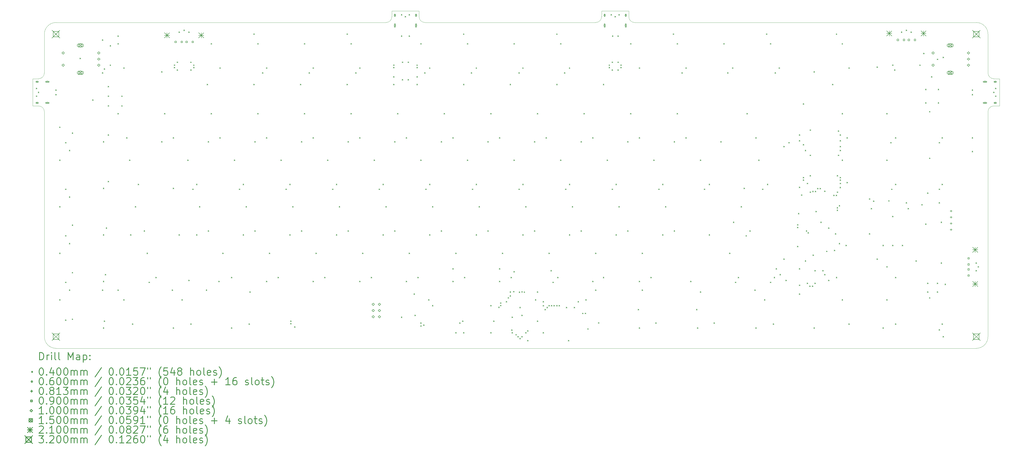
<source format=gbr>
%FSLAX45Y45*%
G04 Gerber Fmt 4.5, Leading zero omitted, Abs format (unit mm)*
G04 Created by KiCad (PCBNEW (5.1.10)-1) date 2021-10-23 23:06:07*
%MOMM*%
%LPD*%
G01*
G04 APERTURE LIST*
%TA.AperFunction,Profile*%
%ADD10C,0.100000*%
%TD*%
%ADD11C,0.200000*%
%ADD12C,0.300000*%
G04 APERTURE END LIST*
D10*
X6984560Y-18810690D02*
X7222670Y-18810690D01*
X7460780Y-28255720D02*
X7460780Y-19048800D01*
X7460780Y-15874000D02*
X7460780Y-17461400D01*
X7222670Y-17699510D02*
X6984560Y-17699510D01*
X7460780Y-17461400D02*
G75*
G02*
X7222670Y-17699510I-238110J0D01*
G01*
X7222670Y-18810690D02*
G75*
G02*
X7460780Y-19048800I0J-238110D01*
G01*
X31351150Y-15159670D02*
X31351150Y-14921560D01*
X30239970Y-15159670D02*
X30239970Y-14921560D01*
X31589260Y-15397780D02*
X45558380Y-15397780D01*
X23017300Y-15397780D02*
X30001860Y-15397780D01*
X30239970Y-15159670D02*
G75*
G02*
X30001860Y-15397780I-238110J0D01*
G01*
X31589260Y-15397780D02*
G75*
G02*
X31351150Y-15159670I0J238110D01*
G01*
X22779190Y-14921560D02*
X22779190Y-15159670D01*
X21668010Y-14921560D02*
X22779190Y-14921560D01*
X21668010Y-15159670D02*
X21668010Y-14921560D01*
X7937000Y-15397780D02*
X21429900Y-15397780D01*
X21668010Y-15159670D02*
G75*
G02*
X21429900Y-15397780I-238110J0D01*
G01*
X23017300Y-15397780D02*
G75*
G02*
X22779190Y-15159670I0J238110D01*
G01*
X46510820Y-17699510D02*
X46272710Y-17699510D01*
X46510820Y-18810690D02*
X46510820Y-17699510D01*
X46272710Y-18810690D02*
X46510820Y-18810690D01*
X46034600Y-19048800D02*
G75*
G02*
X46272710Y-18810690I238110J0D01*
G01*
X46272710Y-17699510D02*
G75*
G02*
X46034600Y-17461400I0J238110D01*
G01*
X46034600Y-17461400D02*
X46034600Y-15874000D01*
X46034600Y-28255720D02*
X46034600Y-19048800D01*
X6984560Y-17699510D02*
X6984560Y-18810690D01*
X31351150Y-14921560D02*
X30239970Y-14921560D01*
X7937000Y-28731940D02*
X45558380Y-28731940D01*
X46034600Y-28255720D02*
G75*
G02*
X45558380Y-28731940I-476220J0D01*
G01*
X45558380Y-15397780D02*
G75*
G02*
X46034600Y-15874000I0J-476220D01*
G01*
X7460780Y-15874000D02*
G75*
G02*
X7937000Y-15397780I476220J0D01*
G01*
X7937000Y-28731940D02*
G75*
G02*
X7460780Y-28255720I0J476220D01*
G01*
D11*
X7123300Y-18076360D02*
X7163300Y-18116360D01*
X7163300Y-18076360D02*
X7123300Y-18116360D01*
X7123300Y-18393840D02*
X7163300Y-18433840D01*
X7163300Y-18393840D02*
X7123300Y-18433840D01*
X7202670Y-18235100D02*
X7242670Y-18275100D01*
X7242670Y-18235100D02*
X7202670Y-18275100D01*
X7917000Y-18142600D02*
X7957000Y-18182600D01*
X7957000Y-18142600D02*
X7917000Y-18182600D01*
X7917000Y-18327600D02*
X7957000Y-18367600D01*
X7957000Y-18327600D02*
X7917000Y-18367600D01*
X8075740Y-19663760D02*
X8115740Y-19703760D01*
X8115740Y-19663760D02*
X8075740Y-19703760D01*
X8075740Y-21013050D02*
X8115740Y-21053050D01*
X8115740Y-21013050D02*
X8075740Y-21053050D01*
X8075740Y-22917930D02*
X8115740Y-22957930D01*
X8115740Y-22917930D02*
X8075740Y-22957930D01*
X8075740Y-24822810D02*
X8115740Y-24862810D01*
X8115740Y-24822810D02*
X8075740Y-24862810D01*
X8075740Y-26727690D02*
X8115740Y-26767690D01*
X8115740Y-26727690D02*
X8075740Y-26767690D01*
X8313850Y-20298720D02*
X8353850Y-20338720D01*
X8353850Y-20298720D02*
X8313850Y-20338720D01*
X8313850Y-22203600D02*
X8353850Y-22243600D01*
X8353850Y-22203600D02*
X8313850Y-22243600D01*
X8313850Y-24108480D02*
X8353850Y-24148480D01*
X8353850Y-24108480D02*
X8313850Y-24148480D01*
X8313850Y-26013360D02*
X8353850Y-26053360D01*
X8353850Y-26013360D02*
X8313850Y-26053360D01*
X8313850Y-27561075D02*
X8353850Y-27601075D01*
X8353850Y-27561075D02*
X8313850Y-27601075D01*
X8472590Y-20616200D02*
X8512590Y-20656200D01*
X8512590Y-20616200D02*
X8472590Y-20656200D01*
X8472590Y-22521080D02*
X8512590Y-22561080D01*
X8512590Y-22521080D02*
X8472590Y-22561080D01*
X8472590Y-24425960D02*
X8512590Y-24465960D01*
X8512590Y-24425960D02*
X8472590Y-24465960D01*
X8472590Y-26330840D02*
X8512590Y-26370840D01*
X8512590Y-26330840D02*
X8472590Y-26370840D01*
X8591645Y-19901870D02*
X8631645Y-19941870D01*
X8631645Y-19901870D02*
X8591645Y-19941870D01*
X8591645Y-23671945D02*
X8631645Y-23711945D01*
X8631645Y-23671945D02*
X8591645Y-23711945D01*
X8591645Y-25616510D02*
X8631645Y-25656510D01*
X8631645Y-25616510D02*
X8591645Y-25656510D01*
X8591645Y-27521390D02*
X8631645Y-27561390D01*
X8631645Y-27521390D02*
X8591645Y-27561390D01*
X8909125Y-16846125D02*
X8949125Y-16886125D01*
X8949125Y-16846125D02*
X8909125Y-16886125D01*
X9425030Y-18552580D02*
X9465030Y-18592580D01*
X9465030Y-18552580D02*
X9425030Y-18592580D01*
X9821880Y-16092110D02*
X9861880Y-16132110D01*
X9861880Y-16092110D02*
X9821880Y-16132110D01*
X9821880Y-17441400D02*
X9861880Y-17481400D01*
X9861880Y-17441400D02*
X9821880Y-17481400D01*
X9821880Y-26330840D02*
X9861880Y-26370840D01*
X9861880Y-26330840D02*
X9821880Y-26370840D01*
X9861565Y-20259035D02*
X9901565Y-20299035D01*
X9901565Y-20259035D02*
X9861565Y-20299035D01*
X9861565Y-22163915D02*
X9901565Y-22203915D01*
X9901565Y-22163915D02*
X9861565Y-22203915D01*
X9861565Y-24068795D02*
X9901565Y-24108795D01*
X9901565Y-24068795D02*
X9861565Y-24108795D01*
X9861565Y-25973675D02*
X9901565Y-26013675D01*
X9901565Y-25973675D02*
X9861565Y-26013675D01*
X9861565Y-27878555D02*
X9901565Y-27918555D01*
X9901565Y-27878555D02*
X9861565Y-27918555D01*
X9901250Y-17282660D02*
X9941250Y-17322660D01*
X9941250Y-17282660D02*
X9901250Y-17322660D01*
X9901250Y-27600760D02*
X9941250Y-27640760D01*
X9941250Y-27600760D02*
X9901250Y-27640760D01*
X9940935Y-25695880D02*
X9980935Y-25735880D01*
X9980935Y-25695880D02*
X9940935Y-25735880D01*
X9980620Y-23791000D02*
X10020620Y-23831000D01*
X10020620Y-23791000D02*
X9980620Y-23831000D01*
X10059990Y-17996990D02*
X10099990Y-18036990D01*
X10099990Y-17996990D02*
X10059990Y-18036990D01*
X10059990Y-18393840D02*
X10099990Y-18433840D01*
X10099990Y-18393840D02*
X10059990Y-18433840D01*
X10059990Y-18790690D02*
X10099990Y-18830690D01*
X10099990Y-18790690D02*
X10059990Y-18830690D01*
X10059990Y-19981240D02*
X10099990Y-20021240D01*
X10099990Y-19981240D02*
X10059990Y-20021240D01*
X10059990Y-21886120D02*
X10099990Y-21926120D01*
X10099990Y-21886120D02*
X10059990Y-21926120D01*
X10139360Y-16330220D02*
X10179360Y-16370220D01*
X10179360Y-16330220D02*
X10139360Y-16370220D01*
X10139360Y-17123920D02*
X10179360Y-17163920D01*
X10179360Y-17123920D02*
X10139360Y-17163920D01*
X10456840Y-15933370D02*
X10496840Y-15973370D01*
X10496840Y-15933370D02*
X10456840Y-15973370D01*
X10456840Y-16250850D02*
X10496840Y-16290850D01*
X10496840Y-16250850D02*
X10456840Y-16290850D01*
X10456840Y-19108170D02*
X10496840Y-19148170D01*
X10496840Y-19108170D02*
X10456840Y-19148170D01*
X10456840Y-26330840D02*
X10496840Y-26370840D01*
X10496840Y-26330840D02*
X10456840Y-26370840D01*
X10615580Y-18393840D02*
X10655580Y-18433840D01*
X10655580Y-18393840D02*
X10615580Y-18433840D01*
X10615580Y-18790690D02*
X10655580Y-18830690D01*
X10655580Y-18790690D02*
X10615580Y-18830690D01*
X10694950Y-17242975D02*
X10734950Y-17282975D01*
X10734950Y-17242975D02*
X10694950Y-17282975D01*
X10694950Y-26727690D02*
X10734950Y-26767690D01*
X10734950Y-26727690D02*
X10694950Y-26767690D01*
X10814005Y-20100295D02*
X10854005Y-20140295D01*
X10854005Y-20100295D02*
X10814005Y-20140295D01*
X10933060Y-21013050D02*
X10973060Y-21053050D01*
X10973060Y-21013050D02*
X10933060Y-21053050D01*
X10972745Y-24068795D02*
X11012745Y-24108795D01*
X11012745Y-24068795D02*
X10972745Y-24108795D01*
X11052115Y-27719815D02*
X11092115Y-27759815D01*
X11092115Y-27719815D02*
X11052115Y-27759815D01*
X11171170Y-22917930D02*
X11211170Y-22957930D01*
X11211170Y-22917930D02*
X11171170Y-22957930D01*
X11290225Y-22005175D02*
X11330225Y-22045175D01*
X11330225Y-22005175D02*
X11290225Y-22045175D01*
X11528335Y-23910055D02*
X11568335Y-23950055D01*
X11568335Y-23910055D02*
X11528335Y-23950055D01*
X11647390Y-24822810D02*
X11687390Y-24862810D01*
X11687390Y-24822810D02*
X11647390Y-24862810D01*
X11726760Y-26013360D02*
X11766760Y-26053360D01*
X11766760Y-26013360D02*
X11726760Y-26053360D01*
X12004555Y-25814935D02*
X12044555Y-25854935D01*
X12044555Y-25814935D02*
X12004555Y-25854935D01*
X12242665Y-17401715D02*
X12282665Y-17441715D01*
X12282665Y-17401715D02*
X12242665Y-17441715D01*
X12242665Y-20259035D02*
X12282665Y-20299035D01*
X12282665Y-20259035D02*
X12242665Y-20299035D01*
X12361720Y-19108170D02*
X12401720Y-19148170D01*
X12401720Y-19108170D02*
X12361720Y-19148170D01*
X12679200Y-26330840D02*
X12719200Y-26370840D01*
X12719200Y-26330840D02*
X12679200Y-26370840D01*
X12718885Y-20100295D02*
X12758885Y-20140295D01*
X12758885Y-20100295D02*
X12718885Y-20140295D01*
X12718885Y-22163915D02*
X12758885Y-22203915D01*
X12758885Y-22163915D02*
X12718885Y-22203915D01*
X12718885Y-27878555D02*
X12758885Y-27918555D01*
X12758885Y-27878555D02*
X12718885Y-27918555D01*
X12758570Y-17123920D02*
X12798570Y-17163920D01*
X12798570Y-17123920D02*
X12758570Y-17163920D01*
X12758570Y-17223920D02*
X12798570Y-17263920D01*
X12798570Y-17223920D02*
X12758570Y-17263920D01*
X12877625Y-17004865D02*
X12917625Y-17044865D01*
X12917625Y-17004865D02*
X12877625Y-17044865D01*
X12877625Y-17322345D02*
X12917625Y-17362345D01*
X12917625Y-17322345D02*
X12877625Y-17362345D01*
X12956995Y-15774630D02*
X12996995Y-15814630D01*
X12996995Y-15774630D02*
X12956995Y-15814630D01*
X12956995Y-24068795D02*
X12996995Y-24108795D01*
X12996995Y-24068795D02*
X12956995Y-24108795D01*
X13076050Y-26727690D02*
X13116050Y-26767690D01*
X13116050Y-26727690D02*
X13076050Y-26767690D01*
X13155420Y-15695260D02*
X13195420Y-15735260D01*
X13195420Y-15695260D02*
X13155420Y-15735260D01*
X13314160Y-21013050D02*
X13354160Y-21053050D01*
X13354160Y-21013050D02*
X13314160Y-21053050D01*
X13353845Y-15774630D02*
X13393845Y-15814630D01*
X13393845Y-15774630D02*
X13353845Y-15814630D01*
X13353845Y-25933990D02*
X13393845Y-25973990D01*
X13393845Y-25933990D02*
X13353845Y-25973990D01*
X13433215Y-17004865D02*
X13473215Y-17044865D01*
X13473215Y-17004865D02*
X13433215Y-17044865D01*
X13433215Y-17322345D02*
X13473215Y-17362345D01*
X13473215Y-17322345D02*
X13433215Y-17362345D01*
X13433215Y-27719815D02*
X13473215Y-27759815D01*
X13473215Y-27719815D02*
X13433215Y-27759815D01*
X13512585Y-22203600D02*
X13552585Y-22243600D01*
X13552585Y-22203600D02*
X13512585Y-22243600D01*
X13552270Y-17123920D02*
X13592270Y-17163920D01*
X13592270Y-17123920D02*
X13552270Y-17163920D01*
X13552270Y-17223920D02*
X13592270Y-17263920D01*
X13592270Y-17223920D02*
X13552270Y-17263920D01*
X13671325Y-22005175D02*
X13711325Y-22045175D01*
X13711325Y-22005175D02*
X13671325Y-22045175D01*
X13671325Y-24068795D02*
X13711325Y-24108795D01*
X13711325Y-24068795D02*
X13671325Y-24108795D01*
X13790380Y-22917930D02*
X13830380Y-22957930D01*
X13830380Y-22917930D02*
X13790380Y-22957930D01*
X14068175Y-26330840D02*
X14108175Y-26370840D01*
X14108175Y-26330840D02*
X14068175Y-26370840D01*
X14107860Y-17917620D02*
X14147860Y-17957620D01*
X14147860Y-17917620D02*
X14107860Y-17957620D01*
X14147545Y-20259035D02*
X14187545Y-20299035D01*
X14187545Y-20259035D02*
X14147545Y-20299035D01*
X14147545Y-23910055D02*
X14187545Y-23950055D01*
X14187545Y-23910055D02*
X14147545Y-23950055D01*
X14266600Y-16250850D02*
X14306600Y-16290850D01*
X14306600Y-16250850D02*
X14266600Y-16290850D01*
X14266600Y-19108170D02*
X14306600Y-19148170D01*
X14306600Y-19108170D02*
X14266600Y-19148170D01*
X14584080Y-25973675D02*
X14624080Y-26013675D01*
X14624080Y-25973675D02*
X14584080Y-26013675D01*
X14623765Y-17242975D02*
X14663765Y-17282975D01*
X14663765Y-17242975D02*
X14623765Y-17282975D01*
X14623765Y-20100295D02*
X14663765Y-20140295D01*
X14663765Y-20100295D02*
X14623765Y-20140295D01*
X14742820Y-24822810D02*
X14782820Y-24862810D01*
X14782820Y-24822810D02*
X14742820Y-24862810D01*
X15099985Y-25814935D02*
X15139985Y-25854935D01*
X15139985Y-25814935D02*
X15099985Y-25854935D01*
X15099985Y-27878555D02*
X15139985Y-27918555D01*
X15139985Y-27878555D02*
X15099985Y-27918555D01*
X15219040Y-21013050D02*
X15259040Y-21053050D01*
X15259040Y-21013050D02*
X15219040Y-21053050D01*
X15417465Y-22203600D02*
X15457465Y-22243600D01*
X15457465Y-22203600D02*
X15417465Y-22243600D01*
X15576205Y-22005175D02*
X15616205Y-22045175D01*
X15616205Y-22005175D02*
X15576205Y-22045175D01*
X15576205Y-24068795D02*
X15616205Y-24108795D01*
X15616205Y-24068795D02*
X15576205Y-24108795D01*
X15695260Y-22917930D02*
X15735260Y-22957930D01*
X15735260Y-22917930D02*
X15695260Y-22957930D01*
X15814315Y-27719815D02*
X15854315Y-27759815D01*
X15854315Y-27719815D02*
X15814315Y-27759815D01*
X15854000Y-26410210D02*
X15894000Y-26450210D01*
X15894000Y-26410210D02*
X15854000Y-26450210D01*
X16012740Y-15854000D02*
X16052740Y-15894000D01*
X16052740Y-15854000D02*
X16012740Y-15894000D01*
X16012740Y-17917620D02*
X16052740Y-17957620D01*
X16052740Y-17917620D02*
X16012740Y-17957620D01*
X16052425Y-20259035D02*
X16092425Y-20299035D01*
X16092425Y-20259035D02*
X16052425Y-20299035D01*
X16052425Y-23910055D02*
X16092425Y-23950055D01*
X16092425Y-23910055D02*
X16052425Y-23950055D01*
X16171480Y-16250850D02*
X16211480Y-16290850D01*
X16211480Y-16250850D02*
X16171480Y-16290850D01*
X16171480Y-19108170D02*
X16211480Y-19148170D01*
X16211480Y-19108170D02*
X16171480Y-19148170D01*
X16369905Y-17441400D02*
X16409905Y-17481400D01*
X16409905Y-17441400D02*
X16369905Y-17481400D01*
X16528645Y-17242975D02*
X16568645Y-17282975D01*
X16568645Y-17242975D02*
X16528645Y-17282975D01*
X16528645Y-20100295D02*
X16568645Y-20140295D01*
X16568645Y-20100295D02*
X16528645Y-20140295D01*
X16528645Y-25973675D02*
X16568645Y-26013675D01*
X16568645Y-25973675D02*
X16528645Y-26013675D01*
X16647700Y-24822810D02*
X16687700Y-24862810D01*
X16687700Y-24822810D02*
X16647700Y-24862810D01*
X17004865Y-25814935D02*
X17044865Y-25854935D01*
X17044865Y-25814935D02*
X17004865Y-25854935D01*
X17123920Y-21013050D02*
X17163920Y-21053050D01*
X17163920Y-21013050D02*
X17123920Y-21053050D01*
X17322345Y-22203600D02*
X17362345Y-22243600D01*
X17362345Y-22203600D02*
X17322345Y-22243600D01*
X17481085Y-22005175D02*
X17521085Y-22045175D01*
X17521085Y-22005175D02*
X17481085Y-22045175D01*
X17481085Y-24068795D02*
X17521085Y-24108795D01*
X17521085Y-24068795D02*
X17481085Y-24108795D01*
X17520770Y-27600760D02*
X17560770Y-27640760D01*
X17560770Y-27600760D02*
X17520770Y-27640760D01*
X17520770Y-27700760D02*
X17560770Y-27740760D01*
X17560770Y-27700760D02*
X17520770Y-27740760D01*
X17600140Y-22917930D02*
X17640140Y-22957930D01*
X17640140Y-22917930D02*
X17600140Y-22957930D01*
X17679510Y-27838870D02*
X17719510Y-27878870D01*
X17719510Y-27838870D02*
X17679510Y-27878870D01*
X17917620Y-17917620D02*
X17957620Y-17957620D01*
X17957620Y-17917620D02*
X17917620Y-17957620D01*
X17957305Y-20259035D02*
X17997305Y-20299035D01*
X17997305Y-20259035D02*
X17957305Y-20299035D01*
X17957305Y-23910055D02*
X17997305Y-23950055D01*
X17997305Y-23910055D02*
X17957305Y-23950055D01*
X18076360Y-16250850D02*
X18116360Y-16290850D01*
X18116360Y-16250850D02*
X18076360Y-16290850D01*
X18076360Y-19108170D02*
X18116360Y-19148170D01*
X18116360Y-19108170D02*
X18076360Y-19148170D01*
X18274785Y-17441400D02*
X18314785Y-17481400D01*
X18314785Y-17441400D02*
X18274785Y-17481400D01*
X18433525Y-17242975D02*
X18473525Y-17282975D01*
X18473525Y-17242975D02*
X18433525Y-17282975D01*
X18433525Y-20100295D02*
X18473525Y-20140295D01*
X18473525Y-20100295D02*
X18433525Y-20140295D01*
X18433525Y-25973675D02*
X18473525Y-26013675D01*
X18473525Y-25973675D02*
X18433525Y-26013675D01*
X18552580Y-24822810D02*
X18592580Y-24862810D01*
X18592580Y-24822810D02*
X18552580Y-24862810D01*
X18909745Y-25814935D02*
X18949745Y-25854935D01*
X18949745Y-25814935D02*
X18909745Y-25854935D01*
X19028800Y-21013050D02*
X19068800Y-21053050D01*
X19068800Y-21013050D02*
X19028800Y-21053050D01*
X19227225Y-22203600D02*
X19267225Y-22243600D01*
X19267225Y-22203600D02*
X19227225Y-22243600D01*
X19385965Y-22005175D02*
X19425965Y-22045175D01*
X19425965Y-22005175D02*
X19385965Y-22045175D01*
X19385965Y-24068795D02*
X19425965Y-24108795D01*
X19425965Y-24068795D02*
X19385965Y-24108795D01*
X19505020Y-22917930D02*
X19545020Y-22957930D01*
X19545020Y-22917930D02*
X19505020Y-22957930D01*
X19822500Y-15854000D02*
X19862500Y-15894000D01*
X19862500Y-15854000D02*
X19822500Y-15894000D01*
X19822500Y-17917620D02*
X19862500Y-17957620D01*
X19862500Y-17917620D02*
X19822500Y-17957620D01*
X19862185Y-20259035D02*
X19902185Y-20299035D01*
X19902185Y-20259035D02*
X19862185Y-20299035D01*
X19862185Y-23910055D02*
X19902185Y-23950055D01*
X19902185Y-23910055D02*
X19862185Y-23950055D01*
X19981240Y-16250850D02*
X20021240Y-16290850D01*
X20021240Y-16250850D02*
X19981240Y-16290850D01*
X19981240Y-19108170D02*
X20021240Y-19148170D01*
X20021240Y-19108170D02*
X19981240Y-19148170D01*
X20179665Y-17441400D02*
X20219665Y-17481400D01*
X20219665Y-17441400D02*
X20179665Y-17481400D01*
X20338405Y-17242975D02*
X20378405Y-17282975D01*
X20378405Y-17242975D02*
X20338405Y-17282975D01*
X20338405Y-20100295D02*
X20378405Y-20140295D01*
X20378405Y-20100295D02*
X20338405Y-20140295D01*
X20338405Y-25973675D02*
X20378405Y-26013675D01*
X20378405Y-25973675D02*
X20338405Y-26013675D01*
X20457460Y-24822810D02*
X20497460Y-24862810D01*
X20497460Y-24822810D02*
X20457460Y-24862810D01*
X20814625Y-25814935D02*
X20854625Y-25854935D01*
X20854625Y-25814935D02*
X20814625Y-25854935D01*
X20933680Y-21013050D02*
X20973680Y-21053050D01*
X20973680Y-21013050D02*
X20933680Y-21053050D01*
X21132105Y-22203600D02*
X21172105Y-22243600D01*
X21172105Y-22203600D02*
X21132105Y-22243600D01*
X21290845Y-22005175D02*
X21330845Y-22045175D01*
X21330845Y-22005175D02*
X21290845Y-22045175D01*
X21290845Y-24068795D02*
X21330845Y-24108795D01*
X21330845Y-24068795D02*
X21290845Y-24108795D01*
X21409900Y-22917930D02*
X21449900Y-22957930D01*
X21449900Y-22917930D02*
X21409900Y-22957930D01*
X21727380Y-17123920D02*
X21767380Y-17163920D01*
X21767380Y-17123920D02*
X21727380Y-17163920D01*
X21727380Y-17223920D02*
X21767380Y-17263920D01*
X21767380Y-17223920D02*
X21727380Y-17263920D01*
X21727380Y-17600140D02*
X21767380Y-17640140D01*
X21767380Y-17600140D02*
X21727380Y-17640140D01*
X21727380Y-17917620D02*
X21767380Y-17957620D01*
X21767380Y-17917620D02*
X21727380Y-17957620D01*
X21767065Y-20259035D02*
X21807065Y-20299035D01*
X21807065Y-20259035D02*
X21767065Y-20299035D01*
X21767065Y-23910055D02*
X21807065Y-23950055D01*
X21807065Y-23910055D02*
X21767065Y-23950055D01*
X21886120Y-19108170D02*
X21926120Y-19148170D01*
X21926120Y-19108170D02*
X21886120Y-19148170D01*
X22044860Y-15060300D02*
X22084860Y-15100300D01*
X22084860Y-15060300D02*
X22044860Y-15100300D01*
X22044860Y-15933370D02*
X22084860Y-15973370D01*
X22084860Y-15933370D02*
X22044860Y-15973370D01*
X22044860Y-27442020D02*
X22084860Y-27482020D01*
X22084860Y-27442020D02*
X22044860Y-27482020D01*
X22084545Y-17004865D02*
X22124545Y-17044865D01*
X22124545Y-17004865D02*
X22084545Y-17044865D01*
X22084545Y-17719195D02*
X22124545Y-17759195D01*
X22124545Y-17719195D02*
X22084545Y-17759195D01*
X22203600Y-15139670D02*
X22243600Y-15179670D01*
X22243600Y-15139670D02*
X22203600Y-15179670D01*
X22243285Y-20100295D02*
X22283285Y-20140295D01*
X22283285Y-20100295D02*
X22243285Y-20140295D01*
X22243285Y-25973675D02*
X22283285Y-26013675D01*
X22283285Y-25973675D02*
X22243285Y-26013675D01*
X22322655Y-17004865D02*
X22362655Y-17044865D01*
X22362655Y-17004865D02*
X22322655Y-17044865D01*
X22322655Y-17719195D02*
X22362655Y-17759195D01*
X22362655Y-17719195D02*
X22322655Y-17759195D01*
X22362340Y-15060300D02*
X22402340Y-15100300D01*
X22402340Y-15060300D02*
X22362340Y-15100300D01*
X22362340Y-15933370D02*
X22402340Y-15973370D01*
X22402340Y-15933370D02*
X22362340Y-15973370D01*
X22362340Y-24822810D02*
X22402340Y-24862810D01*
X22402340Y-24822810D02*
X22362340Y-24862810D01*
X22560765Y-26489580D02*
X22600765Y-26529580D01*
X22600765Y-26489580D02*
X22560765Y-26529580D01*
X22600450Y-27362650D02*
X22640450Y-27402650D01*
X22640450Y-27362650D02*
X22600450Y-27402650D01*
X22679820Y-17123920D02*
X22719820Y-17163920D01*
X22719820Y-17123920D02*
X22679820Y-17163920D01*
X22679820Y-17223920D02*
X22719820Y-17263920D01*
X22719820Y-17223920D02*
X22679820Y-17263920D01*
X22679820Y-17600140D02*
X22719820Y-17640140D01*
X22719820Y-17600140D02*
X22679820Y-17640140D01*
X22679820Y-17917620D02*
X22719820Y-17957620D01*
X22719820Y-17917620D02*
X22679820Y-17957620D01*
X22719505Y-25814935D02*
X22759505Y-25854935D01*
X22759505Y-25814935D02*
X22719505Y-25854935D01*
X22838560Y-16250850D02*
X22878560Y-16290850D01*
X22878560Y-16250850D02*
X22838560Y-16290850D01*
X22838560Y-21013050D02*
X22878560Y-21053050D01*
X22878560Y-21013050D02*
X22838560Y-21053050D01*
X22838560Y-27680130D02*
X22878560Y-27720130D01*
X22878560Y-27680130D02*
X22838560Y-27720130D01*
X22838560Y-27799185D02*
X22878560Y-27839185D01*
X22878560Y-27799185D02*
X22838560Y-27839185D01*
X22957615Y-27759500D02*
X22997615Y-27799500D01*
X22997615Y-27759500D02*
X22957615Y-27799500D01*
X22997300Y-17441400D02*
X23037300Y-17481400D01*
X23037300Y-17441400D02*
X22997300Y-17481400D01*
X23036985Y-22203600D02*
X23076985Y-22243600D01*
X23076985Y-22203600D02*
X23036985Y-22243600D01*
X23156040Y-26727690D02*
X23196040Y-26767690D01*
X23196040Y-26727690D02*
X23156040Y-26767690D01*
X23195725Y-17242975D02*
X23235725Y-17282975D01*
X23235725Y-17242975D02*
X23195725Y-17282975D01*
X23195725Y-22005175D02*
X23235725Y-22045175D01*
X23235725Y-22005175D02*
X23195725Y-22045175D01*
X23195725Y-24068795D02*
X23235725Y-24108795D01*
X23235725Y-24068795D02*
X23195725Y-24108795D01*
X23314780Y-22917930D02*
X23354780Y-22957930D01*
X23354780Y-22917930D02*
X23314780Y-22957930D01*
X23314780Y-26965800D02*
X23354780Y-27005800D01*
X23354780Y-26965800D02*
X23314780Y-27005800D01*
X23671945Y-20259035D02*
X23711945Y-20299035D01*
X23711945Y-20259035D02*
X23671945Y-20299035D01*
X23671945Y-23910055D02*
X23711945Y-23950055D01*
X23711945Y-23910055D02*
X23671945Y-23950055D01*
X23791000Y-19108170D02*
X23831000Y-19148170D01*
X23831000Y-19108170D02*
X23791000Y-19148170D01*
X24148165Y-20100295D02*
X24188165Y-20140295D01*
X24188165Y-20100295D02*
X24148165Y-20140295D01*
X24148165Y-25457770D02*
X24188165Y-25497770D01*
X24188165Y-25457770D02*
X24148165Y-25497770D01*
X24148165Y-25973675D02*
X24188165Y-26013675D01*
X24188165Y-25973675D02*
X24148165Y-26013675D01*
X24267220Y-24822810D02*
X24307220Y-24862810D01*
X24307220Y-24822810D02*
X24267220Y-24862810D01*
X24267220Y-28076980D02*
X24307220Y-28116980D01*
X24307220Y-28076980D02*
X24267220Y-28116980D01*
X24425960Y-27680130D02*
X24465960Y-27720130D01*
X24465960Y-27680130D02*
X24425960Y-27720130D01*
X24545015Y-27600760D02*
X24585015Y-27640760D01*
X24585015Y-27600760D02*
X24545015Y-27640760D01*
X24584700Y-15854000D02*
X24624700Y-15894000D01*
X24624700Y-15854000D02*
X24584700Y-15894000D01*
X24584700Y-17917620D02*
X24624700Y-17957620D01*
X24624700Y-17917620D02*
X24584700Y-17957620D01*
X24584700Y-28076980D02*
X24624700Y-28116980D01*
X24624700Y-28076980D02*
X24584700Y-28116980D01*
X24624385Y-25814935D02*
X24664385Y-25854935D01*
X24664385Y-25814935D02*
X24624385Y-25854935D01*
X24743440Y-16250850D02*
X24783440Y-16290850D01*
X24783440Y-16250850D02*
X24743440Y-16290850D01*
X24743440Y-21013050D02*
X24783440Y-21053050D01*
X24783440Y-21013050D02*
X24743440Y-21053050D01*
X24902180Y-17441400D02*
X24942180Y-17481400D01*
X24942180Y-17441400D02*
X24902180Y-17481400D01*
X24941865Y-22203600D02*
X24981865Y-22243600D01*
X24981865Y-22203600D02*
X24941865Y-22243600D01*
X25100605Y-17242975D02*
X25140605Y-17282975D01*
X25140605Y-17242975D02*
X25100605Y-17282975D01*
X25100605Y-22005175D02*
X25140605Y-22045175D01*
X25140605Y-22005175D02*
X25100605Y-22045175D01*
X25100605Y-24068795D02*
X25140605Y-24108795D01*
X25140605Y-24068795D02*
X25100605Y-24108795D01*
X25219660Y-22917930D02*
X25259660Y-22957930D01*
X25259660Y-22917930D02*
X25219660Y-22957930D01*
X25576825Y-20259035D02*
X25616825Y-20299035D01*
X25616825Y-20259035D02*
X25576825Y-20299035D01*
X25576825Y-23910055D02*
X25616825Y-23950055D01*
X25616825Y-23910055D02*
X25576825Y-23950055D01*
X25695880Y-19108170D02*
X25735880Y-19148170D01*
X25735880Y-19108170D02*
X25695880Y-19148170D01*
X25695880Y-26965800D02*
X25735880Y-27005800D01*
X25735880Y-26965800D02*
X25695880Y-27005800D01*
X25695880Y-28076980D02*
X25735880Y-28116980D01*
X25735880Y-28076980D02*
X25695880Y-28116980D01*
X25814935Y-27600760D02*
X25854935Y-27640760D01*
X25854935Y-27600760D02*
X25814935Y-27640760D01*
X26024940Y-27033590D02*
X26064940Y-27073590D01*
X26064940Y-27033590D02*
X26024940Y-27073590D01*
X26053045Y-20100295D02*
X26093045Y-20140295D01*
X26093045Y-20100295D02*
X26053045Y-20140295D01*
X26053045Y-25457770D02*
X26093045Y-25497770D01*
X26093045Y-25457770D02*
X26053045Y-25497770D01*
X26053045Y-25973675D02*
X26093045Y-26013675D01*
X26093045Y-25973675D02*
X26053045Y-26013675D01*
X26095044Y-26859741D02*
X26135044Y-26899741D01*
X26135044Y-26859741D02*
X26095044Y-26899741D01*
X26095651Y-26962879D02*
X26135651Y-27002879D01*
X26135651Y-26962879D02*
X26095651Y-27002879D01*
X26172100Y-24822810D02*
X26212100Y-24862810D01*
X26212100Y-24822810D02*
X26172100Y-24862810D01*
X26330840Y-26807060D02*
X26370840Y-26847060D01*
X26370840Y-26807060D02*
X26330840Y-26847060D01*
X26410210Y-26648320D02*
X26450210Y-26688320D01*
X26450210Y-26648320D02*
X26410210Y-26688320D01*
X26489580Y-17917620D02*
X26529580Y-17957620D01*
X26529580Y-17917620D02*
X26489580Y-17957620D01*
X26489580Y-26410210D02*
X26529580Y-26450210D01*
X26529580Y-26410210D02*
X26489580Y-26450210D01*
X26489580Y-26568950D02*
X26529580Y-26608950D01*
X26529580Y-26568950D02*
X26489580Y-26608950D01*
X26529265Y-25814935D02*
X26569265Y-25854935D01*
X26569265Y-25814935D02*
X26529265Y-25854935D01*
X26554600Y-27962729D02*
X26594600Y-28002729D01*
X26594600Y-27962729D02*
X26554600Y-28002729D01*
X26568950Y-27442020D02*
X26608950Y-27482020D01*
X26608950Y-27442020D02*
X26568950Y-27482020D01*
X26568950Y-28076980D02*
X26608950Y-28116980D01*
X26608950Y-28076980D02*
X26568950Y-28116980D01*
X26632060Y-26393950D02*
X26672060Y-26433950D01*
X26672060Y-26393950D02*
X26632060Y-26433950D01*
X26648320Y-16250850D02*
X26688320Y-16290850D01*
X26688320Y-16250850D02*
X26648320Y-16290850D01*
X26648320Y-21013050D02*
X26688320Y-21053050D01*
X26688320Y-21013050D02*
X26648320Y-21053050D01*
X26648320Y-25576825D02*
X26688320Y-25616825D01*
X26688320Y-25576825D02*
X26648320Y-25616825D01*
X26727690Y-28156350D02*
X26767690Y-28196350D01*
X26767690Y-28156350D02*
X26727690Y-28196350D01*
X26807060Y-28235720D02*
X26847060Y-28275720D01*
X26847060Y-28235720D02*
X26807060Y-28275720D01*
X26846745Y-17441400D02*
X26886745Y-17481400D01*
X26886745Y-17441400D02*
X26846745Y-17481400D01*
X26846745Y-22203600D02*
X26886745Y-22243600D01*
X26886745Y-22203600D02*
X26846745Y-22243600D01*
X26861287Y-26417882D02*
X26901287Y-26457882D01*
X26901287Y-26417882D02*
X26861287Y-26457882D01*
X26886430Y-27045170D02*
X26926430Y-27085170D01*
X26926430Y-27045170D02*
X26886430Y-27085170D01*
X26886430Y-28315090D02*
X26926430Y-28355090D01*
X26926430Y-28315090D02*
X26886430Y-28355090D01*
X26965800Y-26403340D02*
X27005800Y-26443340D01*
X27005800Y-26403340D02*
X26965800Y-26443340D01*
X26965800Y-27362650D02*
X27005800Y-27402650D01*
X27005800Y-27362650D02*
X26965800Y-27402650D01*
X26965800Y-28235720D02*
X27005800Y-28275720D01*
X27005800Y-28235720D02*
X26965800Y-28275720D01*
X27005485Y-17242975D02*
X27045485Y-17282975D01*
X27045485Y-17242975D02*
X27005485Y-17282975D01*
X27005485Y-22005175D02*
X27045485Y-22045175D01*
X27045485Y-22005175D02*
X27005485Y-22045175D01*
X27005485Y-24068795D02*
X27045485Y-24108795D01*
X27045485Y-24068795D02*
X27005485Y-24108795D01*
X27065428Y-26411963D02*
X27105428Y-26451963D01*
X27105428Y-26411963D02*
X27065428Y-26451963D01*
X27124540Y-22917930D02*
X27164540Y-22957930D01*
X27164540Y-22917930D02*
X27124540Y-22957930D01*
X27124540Y-28076980D02*
X27164540Y-28116980D01*
X27164540Y-28076980D02*
X27124540Y-28116980D01*
X27203910Y-27997610D02*
X27243910Y-28037610D01*
X27243910Y-27997610D02*
X27203910Y-28037610D01*
X27203910Y-28394460D02*
X27243910Y-28434460D01*
X27243910Y-28394460D02*
X27203910Y-28434460D01*
X27481705Y-20259035D02*
X27521705Y-20299035D01*
X27521705Y-20259035D02*
X27481705Y-20299035D01*
X27481705Y-23910055D02*
X27521705Y-23950055D01*
X27521705Y-23910055D02*
X27481705Y-23950055D01*
X27521390Y-26727690D02*
X27561390Y-26767690D01*
X27561390Y-26727690D02*
X27521390Y-26767690D01*
X27600760Y-19108170D02*
X27640760Y-19148170D01*
X27640760Y-19108170D02*
X27600760Y-19148170D01*
X27600760Y-26410210D02*
X27640760Y-26450210D01*
X27640760Y-26410210D02*
X27600760Y-26450210D01*
X27600760Y-27600760D02*
X27640760Y-27640760D01*
X27640760Y-27600760D02*
X27600760Y-27640760D01*
X27838870Y-26807060D02*
X27878870Y-26847060D01*
X27878870Y-26807060D02*
X27838870Y-26847060D01*
X27838870Y-26970510D02*
X27878870Y-27010510D01*
X27878870Y-26970510D02*
X27838870Y-27010510D01*
X27838870Y-28076980D02*
X27878870Y-28116980D01*
X27878870Y-28076980D02*
X27838870Y-28116980D01*
X27918240Y-27124540D02*
X27958240Y-27164540D01*
X27958240Y-27124540D02*
X27918240Y-27164540D01*
X27957925Y-20100295D02*
X27997925Y-20140295D01*
X27997925Y-20100295D02*
X27957925Y-20140295D01*
X27997610Y-27045170D02*
X28037610Y-27085170D01*
X28037610Y-27045170D02*
X27997610Y-27085170D01*
X28076980Y-24822810D02*
X28116980Y-24862810D01*
X28116980Y-24822810D02*
X28076980Y-24862810D01*
X28076980Y-26965800D02*
X28116980Y-27005800D01*
X28116980Y-26965800D02*
X28076980Y-27005800D01*
X28156350Y-25537140D02*
X28196350Y-25577140D01*
X28196350Y-25537140D02*
X28156350Y-25577140D01*
X28178245Y-26964535D02*
X28218245Y-27004535D01*
X28218245Y-26964535D02*
X28178245Y-27004535D01*
X28235720Y-26013360D02*
X28275720Y-26053360D01*
X28275720Y-26013360D02*
X28235720Y-26053360D01*
X28280599Y-26964358D02*
X28320599Y-27004358D01*
X28320599Y-26964358D02*
X28280599Y-27004358D01*
X28394460Y-15854000D02*
X28434460Y-15894000D01*
X28434460Y-15854000D02*
X28394460Y-15894000D01*
X28394460Y-17917620D02*
X28434460Y-17957620D01*
X28434460Y-17917620D02*
X28394460Y-17957620D01*
X28394460Y-26965800D02*
X28434460Y-27005800D01*
X28434460Y-26965800D02*
X28394460Y-27005800D01*
X28434145Y-25814935D02*
X28474145Y-25854935D01*
X28474145Y-25814935D02*
X28434145Y-25854935D01*
X28494460Y-26965800D02*
X28534460Y-27005800D01*
X28534460Y-26965800D02*
X28494460Y-27005800D01*
X28553200Y-16250850D02*
X28593200Y-16290850D01*
X28593200Y-16250850D02*
X28553200Y-16290850D01*
X28553200Y-21013050D02*
X28593200Y-21053050D01*
X28593200Y-21013050D02*
X28553200Y-21053050D01*
X28711940Y-17441400D02*
X28751940Y-17481400D01*
X28751940Y-17441400D02*
X28711940Y-17481400D01*
X28751625Y-22203600D02*
X28791625Y-22243600D01*
X28791625Y-22203600D02*
X28751625Y-22243600D01*
X28791310Y-27045170D02*
X28831310Y-27085170D01*
X28831310Y-27045170D02*
X28791310Y-27085170D01*
X28870680Y-28394460D02*
X28910680Y-28434460D01*
X28910680Y-28394460D02*
X28870680Y-28434460D01*
X28910365Y-17242975D02*
X28950365Y-17282975D01*
X28950365Y-17242975D02*
X28910365Y-17282975D01*
X28910365Y-22005175D02*
X28950365Y-22045175D01*
X28950365Y-22005175D02*
X28910365Y-22045175D01*
X28910365Y-24068795D02*
X28950365Y-24108795D01*
X28950365Y-24068795D02*
X28910365Y-24108795D01*
X29029420Y-22917930D02*
X29069420Y-22957930D01*
X29069420Y-22917930D02*
X29029420Y-22957930D01*
X29108790Y-27045170D02*
X29148790Y-27085170D01*
X29148790Y-27045170D02*
X29108790Y-27085170D01*
X29267530Y-26807060D02*
X29307530Y-26847060D01*
X29307530Y-26807060D02*
X29267530Y-26847060D01*
X29386585Y-20259035D02*
X29426585Y-20299035D01*
X29426585Y-20259035D02*
X29386585Y-20299035D01*
X29386585Y-23910055D02*
X29426585Y-23950055D01*
X29426585Y-23910055D02*
X29386585Y-23950055D01*
X29453140Y-27283280D02*
X29493140Y-27323280D01*
X29493140Y-27283280D02*
X29453140Y-27323280D01*
X29505640Y-19108170D02*
X29545640Y-19148170D01*
X29545640Y-19108170D02*
X29505640Y-19148170D01*
X29558140Y-27283280D02*
X29598140Y-27323280D01*
X29598140Y-27283280D02*
X29558140Y-27323280D01*
X29585010Y-26727690D02*
X29625010Y-26767690D01*
X29625010Y-26727690D02*
X29585010Y-26767690D01*
X29664380Y-27918240D02*
X29704380Y-27958240D01*
X29704380Y-27918240D02*
X29664380Y-27958240D01*
X29862805Y-20100295D02*
X29902805Y-20140295D01*
X29902805Y-20100295D02*
X29862805Y-20140295D01*
X29862805Y-25973675D02*
X29902805Y-26013675D01*
X29902805Y-25973675D02*
X29862805Y-26013675D01*
X29981860Y-24822810D02*
X30021860Y-24862810D01*
X30021860Y-24822810D02*
X29981860Y-24862810D01*
X29981860Y-26330840D02*
X30021860Y-26370840D01*
X30021860Y-26330840D02*
X29981860Y-26370840D01*
X30100915Y-27673260D02*
X30140915Y-27713260D01*
X30140915Y-27673260D02*
X30100915Y-27713260D01*
X30299340Y-17917620D02*
X30339340Y-17957620D01*
X30339340Y-17917620D02*
X30299340Y-17957620D01*
X30299340Y-25814935D02*
X30339340Y-25854935D01*
X30339340Y-25814935D02*
X30299340Y-25854935D01*
X30458080Y-21013050D02*
X30498080Y-21053050D01*
X30498080Y-21013050D02*
X30458080Y-21053050D01*
X30537450Y-17123920D02*
X30577450Y-17163920D01*
X30577450Y-17123920D02*
X30537450Y-17163920D01*
X30537450Y-17223920D02*
X30577450Y-17263920D01*
X30577450Y-17223920D02*
X30537450Y-17263920D01*
X30616820Y-15060300D02*
X30656820Y-15100300D01*
X30656820Y-15060300D02*
X30616820Y-15100300D01*
X30656505Y-17004865D02*
X30696505Y-17044865D01*
X30696505Y-17004865D02*
X30656505Y-17044865D01*
X30656505Y-17322345D02*
X30696505Y-17362345D01*
X30696505Y-17322345D02*
X30656505Y-17362345D01*
X30656505Y-22203600D02*
X30696505Y-22243600D01*
X30696505Y-22203600D02*
X30656505Y-22243600D01*
X30670960Y-15933370D02*
X30710960Y-15973370D01*
X30710960Y-15933370D02*
X30670960Y-15973370D01*
X30775560Y-15139670D02*
X30815560Y-15179670D01*
X30815560Y-15139670D02*
X30775560Y-15179670D01*
X30815245Y-22005175D02*
X30855245Y-22045175D01*
X30855245Y-22005175D02*
X30815245Y-22045175D01*
X30815245Y-24068795D02*
X30855245Y-24108795D01*
X30855245Y-24068795D02*
X30815245Y-24108795D01*
X30894615Y-15933370D02*
X30934615Y-15973370D01*
X30934615Y-15933370D02*
X30894615Y-15973370D01*
X30894615Y-17004865D02*
X30934615Y-17044865D01*
X30934615Y-17004865D02*
X30894615Y-17044865D01*
X30894615Y-17322345D02*
X30934615Y-17362345D01*
X30934615Y-17322345D02*
X30894615Y-17362345D01*
X30934300Y-15060300D02*
X30974300Y-15100300D01*
X30974300Y-15060300D02*
X30934300Y-15100300D01*
X30934300Y-22917930D02*
X30974300Y-22957930D01*
X30974300Y-22917930D02*
X30934300Y-22957930D01*
X31013670Y-17123920D02*
X31053670Y-17163920D01*
X31053670Y-17123920D02*
X31013670Y-17163920D01*
X31013670Y-17223920D02*
X31053670Y-17263920D01*
X31053670Y-17223920D02*
X31013670Y-17263920D01*
X31291465Y-20259035D02*
X31331465Y-20299035D01*
X31331465Y-20259035D02*
X31291465Y-20299035D01*
X31291465Y-23910055D02*
X31331465Y-23950055D01*
X31331465Y-23910055D02*
X31291465Y-23950055D01*
X31410520Y-16250850D02*
X31450520Y-16290850D01*
X31450520Y-16250850D02*
X31410520Y-16290850D01*
X31410520Y-19108170D02*
X31450520Y-19148170D01*
X31450520Y-19108170D02*
X31410520Y-19148170D01*
X31728000Y-27124540D02*
X31768000Y-27164540D01*
X31768000Y-27124540D02*
X31728000Y-27164540D01*
X31767685Y-17242975D02*
X31807685Y-17282975D01*
X31807685Y-17242975D02*
X31767685Y-17282975D01*
X31767685Y-20100295D02*
X31807685Y-20140295D01*
X31807685Y-20100295D02*
X31767685Y-20140295D01*
X31767685Y-25973675D02*
X31807685Y-26013675D01*
X31807685Y-25973675D02*
X31767685Y-26013675D01*
X31767685Y-27878555D02*
X31807685Y-27918555D01*
X31807685Y-27878555D02*
X31767685Y-27918555D01*
X31886740Y-24822810D02*
X31926740Y-24862810D01*
X31926740Y-24822810D02*
X31886740Y-24862810D01*
X31886740Y-26330840D02*
X31926740Y-26370840D01*
X31926740Y-26330840D02*
X31886740Y-26370840D01*
X32243905Y-25814935D02*
X32283905Y-25854935D01*
X32283905Y-25814935D02*
X32243905Y-25854935D01*
X32362960Y-21013050D02*
X32402960Y-21053050D01*
X32402960Y-21013050D02*
X32362960Y-21053050D01*
X32442330Y-27680130D02*
X32482330Y-27720130D01*
X32482330Y-27680130D02*
X32442330Y-27720130D01*
X32561385Y-22203600D02*
X32601385Y-22243600D01*
X32601385Y-22203600D02*
X32561385Y-22243600D01*
X32720125Y-22005175D02*
X32760125Y-22045175D01*
X32760125Y-22005175D02*
X32720125Y-22045175D01*
X32720125Y-24068795D02*
X32760125Y-24108795D01*
X32760125Y-24068795D02*
X32720125Y-24108795D01*
X32839180Y-22917930D02*
X32879180Y-22957930D01*
X32879180Y-22917930D02*
X32839180Y-22957930D01*
X33156660Y-15854000D02*
X33196660Y-15894000D01*
X33196660Y-15854000D02*
X33156660Y-15894000D01*
X33196345Y-20259035D02*
X33236345Y-20299035D01*
X33236345Y-20259035D02*
X33196345Y-20299035D01*
X33196345Y-23910055D02*
X33236345Y-23950055D01*
X33236345Y-23910055D02*
X33196345Y-23950055D01*
X33315400Y-16250850D02*
X33355400Y-16290850D01*
X33355400Y-16250850D02*
X33315400Y-16290850D01*
X33315400Y-19108170D02*
X33355400Y-19148170D01*
X33355400Y-19108170D02*
X33315400Y-19148170D01*
X33513825Y-17441400D02*
X33553825Y-17481400D01*
X33553825Y-17441400D02*
X33513825Y-17481400D01*
X33672565Y-17242975D02*
X33712565Y-17282975D01*
X33712565Y-17242975D02*
X33672565Y-17282975D01*
X33672565Y-20100295D02*
X33712565Y-20140295D01*
X33712565Y-20100295D02*
X33672565Y-20140295D01*
X33870990Y-25973675D02*
X33910990Y-26013675D01*
X33910990Y-25973675D02*
X33870990Y-26013675D01*
X34109100Y-27124540D02*
X34149100Y-27164540D01*
X34149100Y-27124540D02*
X34109100Y-27164540D01*
X34148785Y-27878555D02*
X34188785Y-27918555D01*
X34188785Y-27878555D02*
X34148785Y-27918555D01*
X34267840Y-21013050D02*
X34307840Y-21053050D01*
X34307840Y-21013050D02*
X34267840Y-21053050D01*
X34267840Y-26410210D02*
X34307840Y-26450210D01*
X34307840Y-26410210D02*
X34267840Y-26450210D01*
X34426580Y-22203600D02*
X34466580Y-22243600D01*
X34466580Y-22203600D02*
X34426580Y-22243600D01*
X34625005Y-22005175D02*
X34665005Y-22045175D01*
X34665005Y-22005175D02*
X34625005Y-22045175D01*
X34625005Y-24068795D02*
X34665005Y-24108795D01*
X34665005Y-24068795D02*
X34625005Y-24108795D01*
X34823430Y-27680130D02*
X34863430Y-27720130D01*
X34863430Y-27680130D02*
X34823430Y-27720130D01*
X35101225Y-20259035D02*
X35141225Y-20299035D01*
X35141225Y-20259035D02*
X35101225Y-20299035D01*
X35220280Y-16250850D02*
X35260280Y-16290850D01*
X35260280Y-16250850D02*
X35220280Y-16290850D01*
X35379020Y-17441400D02*
X35419020Y-17481400D01*
X35419020Y-17441400D02*
X35379020Y-17481400D01*
X35458390Y-24822810D02*
X35498390Y-24862810D01*
X35498390Y-24822810D02*
X35458390Y-24862810D01*
X35577445Y-17242975D02*
X35617445Y-17282975D01*
X35617445Y-17242975D02*
X35577445Y-17282975D01*
X35617130Y-23552890D02*
X35657130Y-23592890D01*
X35657130Y-23552890D02*
X35617130Y-23592890D01*
X35696500Y-26013360D02*
X35736500Y-26053360D01*
X35736500Y-26013360D02*
X35696500Y-26053360D01*
X35815555Y-25814935D02*
X35855555Y-25854935D01*
X35855555Y-25814935D02*
X35815555Y-25854935D01*
X35934610Y-22917930D02*
X35974610Y-22957930D01*
X35974610Y-22917930D02*
X35934610Y-22957930D01*
X36053665Y-22163915D02*
X36093665Y-22203915D01*
X36093665Y-22163915D02*
X36053665Y-22203915D01*
X36133035Y-24108480D02*
X36173035Y-24148480D01*
X36173035Y-24108480D02*
X36133035Y-24148480D01*
X36172720Y-19108170D02*
X36212720Y-19148170D01*
X36212720Y-19108170D02*
X36172720Y-19148170D01*
X36291775Y-23910055D02*
X36331775Y-23950055D01*
X36331775Y-23910055D02*
X36291775Y-23950055D01*
X36490200Y-26330840D02*
X36530200Y-26370840D01*
X36530200Y-26330840D02*
X36490200Y-26370840D01*
X36529885Y-20100295D02*
X36569885Y-20140295D01*
X36569885Y-20100295D02*
X36529885Y-20140295D01*
X36529885Y-27878555D02*
X36569885Y-27918555D01*
X36569885Y-27878555D02*
X36529885Y-27918555D01*
X36648940Y-21013050D02*
X36688940Y-21053050D01*
X36688940Y-21013050D02*
X36648940Y-21053050D01*
X36807680Y-22203600D02*
X36847680Y-22243600D01*
X36847680Y-22203600D02*
X36807680Y-22243600D01*
X36887050Y-26727690D02*
X36927050Y-26767690D01*
X36927050Y-26727690D02*
X36887050Y-26767690D01*
X36966420Y-15854000D02*
X37006420Y-15894000D01*
X37006420Y-15854000D02*
X36966420Y-15894000D01*
X37006105Y-22005175D02*
X37046105Y-22045175D01*
X37046105Y-22005175D02*
X37006105Y-22045175D01*
X37125160Y-16250850D02*
X37165160Y-16290850D01*
X37165160Y-16250850D02*
X37125160Y-16290850D01*
X37125160Y-26013360D02*
X37165160Y-26053360D01*
X37165160Y-26013360D02*
X37125160Y-26053360D01*
X37244215Y-27719815D02*
X37284215Y-27759815D01*
X37284215Y-27719815D02*
X37244215Y-27759815D01*
X37283900Y-25814935D02*
X37323900Y-25854935D01*
X37323900Y-25814935D02*
X37283900Y-25854935D01*
X37323585Y-17441400D02*
X37363585Y-17481400D01*
X37363585Y-17441400D02*
X37323585Y-17481400D01*
X37363270Y-25457770D02*
X37403270Y-25497770D01*
X37403270Y-25457770D02*
X37363270Y-25497770D01*
X37482325Y-17242975D02*
X37522325Y-17282975D01*
X37522325Y-17242975D02*
X37482325Y-17282975D01*
X37522010Y-25695880D02*
X37562010Y-25735880D01*
X37562010Y-25695880D02*
X37522010Y-25735880D01*
X37680750Y-20457460D02*
X37720750Y-20497460D01*
X37720750Y-20457460D02*
X37680750Y-20497460D01*
X37680750Y-25060920D02*
X37720750Y-25100920D01*
X37720750Y-25060920D02*
X37680750Y-25100920D01*
X37760120Y-25933990D02*
X37800120Y-25973990D01*
X37800120Y-25933990D02*
X37760120Y-25973990D01*
X37879175Y-20298720D02*
X37919175Y-20338720D01*
X37919175Y-20298720D02*
X37879175Y-20338720D01*
X38236340Y-23659130D02*
X38276340Y-23699130D01*
X38276340Y-23659130D02*
X38236340Y-23699130D01*
X38236340Y-23764130D02*
X38276340Y-23804130D01*
X38276340Y-23764130D02*
X38236340Y-23804130D01*
X38236340Y-24545015D02*
X38276340Y-24585015D01*
X38276340Y-24545015D02*
X38236340Y-24585015D01*
X38276025Y-23195725D02*
X38316025Y-23235725D01*
X38316025Y-23195725D02*
X38276025Y-23235725D01*
X38315710Y-19981240D02*
X38355710Y-20021240D01*
X38355710Y-19981240D02*
X38315710Y-20021240D01*
X38315710Y-20219350D02*
X38355710Y-20259350D01*
X38355710Y-20219350D02*
X38315710Y-20259350D01*
X38315710Y-22124230D02*
X38355710Y-22164230D01*
X38355710Y-22124230D02*
X38315710Y-22164230D01*
X38315710Y-25457770D02*
X38355710Y-25497770D01*
X38355710Y-25457770D02*
X38315710Y-25497770D01*
X38315710Y-26132415D02*
X38355710Y-26172415D01*
X38355710Y-26132415D02*
X38315710Y-26172415D01*
X38315710Y-26489580D02*
X38355710Y-26529580D01*
X38355710Y-26489580D02*
X38315710Y-26529580D01*
X38395080Y-22441710D02*
X38435080Y-22481710D01*
X38435080Y-22441710D02*
X38395080Y-22481710D01*
X38474450Y-18711320D02*
X38514450Y-18751320D01*
X38514450Y-18711320D02*
X38474450Y-18751320D01*
X38474450Y-20378090D02*
X38514450Y-20418090D01*
X38514450Y-20378090D02*
X38474450Y-20418090D01*
X38474450Y-21727380D02*
X38514450Y-21767380D01*
X38514450Y-21727380D02*
X38474450Y-21767380D01*
X38474450Y-21827380D02*
X38514450Y-21867380D01*
X38514450Y-21827380D02*
X38474450Y-21867380D01*
X38553820Y-20616200D02*
X38593820Y-20656200D01*
X38593820Y-20616200D02*
X38553820Y-20656200D01*
X38553820Y-25140290D02*
X38593820Y-25180290D01*
X38593820Y-25140290D02*
X38553820Y-25180290D01*
X38596067Y-23912617D02*
X38636067Y-23952617D01*
X38636067Y-23912617D02*
X38596067Y-23952617D01*
X38633190Y-21965490D02*
X38673190Y-22005490D01*
X38673190Y-21965490D02*
X38633190Y-22005490D01*
X38633190Y-26053045D02*
X38673190Y-26093045D01*
X38673190Y-26053045D02*
X38633190Y-26093045D01*
X38670313Y-23986863D02*
X38710313Y-24026863D01*
X38710313Y-23986863D02*
X38670313Y-24026863D01*
X38739430Y-26172100D02*
X38779430Y-26212100D01*
X38779430Y-26172100D02*
X38739430Y-26212100D01*
X38752245Y-19782815D02*
X38792245Y-19822815D01*
X38792245Y-19782815D02*
X38752245Y-19822815D01*
X38752245Y-20814625D02*
X38792245Y-20854625D01*
X38792245Y-20814625D02*
X38752245Y-20854625D01*
X38752245Y-21648010D02*
X38792245Y-21688010D01*
X38792245Y-21648010D02*
X38752245Y-21688010D01*
X38752245Y-22322655D02*
X38792245Y-22362655D01*
X38792245Y-22322655D02*
X38752245Y-22362655D01*
X38844430Y-26172100D02*
X38884430Y-26212100D01*
X38884430Y-26172100D02*
X38844430Y-26212100D01*
X38858485Y-22294615D02*
X38898485Y-22334615D01*
X38898485Y-22294615D02*
X38858485Y-22334615D01*
X38871300Y-24902180D02*
X38911300Y-24942180D01*
X38911300Y-24902180D02*
X38871300Y-24942180D01*
X38910985Y-17401715D02*
X38950985Y-17441715D01*
X38950985Y-17401715D02*
X38910985Y-17441715D01*
X38910985Y-27878555D02*
X38950985Y-27918555D01*
X38950985Y-27878555D02*
X38910985Y-27918555D01*
X38950670Y-25537140D02*
X38990670Y-25577140D01*
X38990670Y-25537140D02*
X38950670Y-25577140D01*
X38950670Y-26053045D02*
X38990670Y-26093045D01*
X38990670Y-26053045D02*
X38950670Y-26093045D01*
X38963485Y-22294615D02*
X39003485Y-22334615D01*
X39003485Y-22294615D02*
X38963485Y-22334615D01*
X38990355Y-23116355D02*
X39030355Y-23156355D01*
X39030355Y-23116355D02*
X38990355Y-23156355D01*
X39056910Y-22175326D02*
X39096910Y-22215326D01*
X39096910Y-22175326D02*
X39056910Y-22215326D01*
X39161910Y-22175326D02*
X39201910Y-22215326D01*
X39201910Y-22175326D02*
X39161910Y-22215326D01*
X39188780Y-23552890D02*
X39228780Y-23592890D01*
X39228780Y-23552890D02*
X39188780Y-23592890D01*
X39268150Y-25537140D02*
X39308150Y-25577140D01*
X39308150Y-25537140D02*
X39268150Y-25577140D01*
X39347520Y-22282970D02*
X39387520Y-22322970D01*
X39387520Y-22282970D02*
X39347520Y-22322970D01*
X39347520Y-25695880D02*
X39387520Y-25735880D01*
X39387520Y-25695880D02*
X39347520Y-25735880D01*
X39426890Y-24743440D02*
X39466890Y-24783440D01*
X39466890Y-24743440D02*
X39426890Y-24783440D01*
X39506260Y-23791000D02*
X39546260Y-23831000D01*
X39546260Y-23791000D02*
X39506260Y-23831000D01*
X39506260Y-25933990D02*
X39546260Y-25973990D01*
X39546260Y-25933990D02*
X39506260Y-25973990D01*
X39665000Y-17917620D02*
X39705000Y-17957620D01*
X39705000Y-17917620D02*
X39665000Y-17957620D01*
X39717815Y-22454786D02*
X39757815Y-22494786D01*
X39757815Y-22454786D02*
X39717815Y-22494786D01*
X39744370Y-24703755D02*
X39784370Y-24743755D01*
X39784370Y-24703755D02*
X39744370Y-24743755D01*
X39784055Y-24029110D02*
X39824055Y-24069110D01*
X39824055Y-24029110D02*
X39784055Y-24069110D01*
X39822815Y-22454786D02*
X39862815Y-22494786D01*
X39862815Y-22454786D02*
X39822815Y-22494786D01*
X39823740Y-15854000D02*
X39863740Y-15894000D01*
X39863740Y-15854000D02*
X39823740Y-15894000D01*
X39823740Y-25814935D02*
X39863740Y-25854935D01*
X39863740Y-25814935D02*
X39823740Y-25854935D01*
X39857480Y-22960050D02*
X39897480Y-23000050D01*
X39897480Y-22960050D02*
X39857480Y-23000050D01*
X39857480Y-23065050D02*
X39897480Y-23105050D01*
X39897480Y-23065050D02*
X39857480Y-23105050D01*
X39863425Y-21648010D02*
X39903425Y-21688010D01*
X39903425Y-21648010D02*
X39863425Y-21688010D01*
X39863425Y-22322655D02*
X39903425Y-22362655D01*
X39903425Y-22322655D02*
X39863425Y-22362655D01*
X39903110Y-19822500D02*
X39943110Y-19862500D01*
X39943110Y-19822500D02*
X39903110Y-19862500D01*
X39903110Y-20814625D02*
X39943110Y-20854625D01*
X39943110Y-20814625D02*
X39903110Y-20854625D01*
X39942795Y-22878245D02*
X39982795Y-22918245D01*
X39982795Y-22878245D02*
X39942795Y-22918245D01*
X39942795Y-24425960D02*
X39982795Y-24465960D01*
X39982795Y-24425960D02*
X39942795Y-24465960D01*
X39977848Y-22128862D02*
X40017848Y-22168862D01*
X40017848Y-22128862D02*
X39977848Y-22168862D01*
X39982480Y-19981240D02*
X40022480Y-20021240D01*
X40022480Y-19981240D02*
X39982480Y-20021240D01*
X39982480Y-20219350D02*
X40022480Y-20259350D01*
X40022480Y-20219350D02*
X39982480Y-20259350D01*
X39982480Y-20457460D02*
X40022480Y-20497460D01*
X40022480Y-20457460D02*
X39982480Y-20497460D01*
X39982480Y-20616200D02*
X40022480Y-20656200D01*
X40022480Y-20616200D02*
X39982480Y-20656200D01*
X39982480Y-21727380D02*
X40022480Y-21767380D01*
X40022480Y-21727380D02*
X39982480Y-21767380D01*
X39982480Y-21827380D02*
X40022480Y-21867380D01*
X40022480Y-21827380D02*
X39982480Y-21867380D01*
X39982480Y-21965490D02*
X40022480Y-22005490D01*
X40022480Y-21965490D02*
X39982480Y-22005490D01*
X40061850Y-16250850D02*
X40101850Y-16290850D01*
X40101850Y-16250850D02*
X40061850Y-16290850D01*
X40061850Y-19108170D02*
X40101850Y-19148170D01*
X40101850Y-19108170D02*
X40061850Y-19148170D01*
X40061850Y-21013050D02*
X40101850Y-21053050D01*
X40101850Y-21013050D02*
X40061850Y-21053050D01*
X40061850Y-26727690D02*
X40101850Y-26767690D01*
X40101850Y-26727690D02*
X40061850Y-26767690D01*
X40220590Y-24505330D02*
X40260590Y-24545330D01*
X40260590Y-24505330D02*
X40220590Y-24545330D01*
X40260275Y-20100295D02*
X40300275Y-20140295D01*
X40300275Y-20100295D02*
X40260275Y-20140295D01*
X40260275Y-21925805D02*
X40300275Y-21965805D01*
X40300275Y-21925805D02*
X40260275Y-21965805D01*
X40339645Y-17242975D02*
X40379645Y-17282975D01*
X40379645Y-17242975D02*
X40339645Y-17282975D01*
X40339645Y-27719815D02*
X40379645Y-27759815D01*
X40379645Y-27719815D02*
X40339645Y-27759815D01*
X41173030Y-22600450D02*
X41213030Y-22640450D01*
X41213030Y-22600450D02*
X41173030Y-22640450D01*
X41173030Y-24029110D02*
X41213030Y-24069110D01*
X41213030Y-24029110D02*
X41173030Y-24069110D01*
X41252400Y-22997300D02*
X41292400Y-23037300D01*
X41292400Y-22997300D02*
X41252400Y-23037300D01*
X41343350Y-22691400D02*
X41383350Y-22731400D01*
X41383350Y-22691400D02*
X41343350Y-22731400D01*
X41490510Y-17203290D02*
X41530510Y-17243290D01*
X41530510Y-17203290D02*
X41490510Y-17243290D01*
X41490510Y-25060920D02*
X41530510Y-25100920D01*
X41530510Y-25060920D02*
X41490510Y-25100920D01*
X41728620Y-24505330D02*
X41768620Y-24545330D01*
X41768620Y-24505330D02*
X41728620Y-24545330D01*
X41728620Y-27878555D02*
X41768620Y-27918555D01*
X41768620Y-27878555D02*
X41728620Y-27918555D01*
X41887360Y-19108170D02*
X41927360Y-19148170D01*
X41927360Y-19108170D02*
X41887360Y-19148170D01*
X41887360Y-21013050D02*
X41927360Y-21053050D01*
X41927360Y-21013050D02*
X41887360Y-21053050D01*
X41887360Y-25378400D02*
X41927360Y-25418400D01*
X41927360Y-25378400D02*
X41887360Y-25418400D01*
X41887360Y-26727690D02*
X41927360Y-26767690D01*
X41927360Y-26727690D02*
X41887360Y-26767690D01*
X41967394Y-22678467D02*
X42007394Y-22718467D01*
X42007394Y-22678467D02*
X41967394Y-22718467D01*
X42046100Y-20298720D02*
X42086100Y-20338720D01*
X42086100Y-20298720D02*
X42046100Y-20338720D01*
X42085785Y-22203600D02*
X42125785Y-22243600D01*
X42125785Y-22203600D02*
X42085785Y-22243600D01*
X42125470Y-17123920D02*
X42165470Y-17163920D01*
X42165470Y-17123920D02*
X42125470Y-17163920D01*
X42125470Y-23314780D02*
X42165470Y-23354780D01*
X42165470Y-23314780D02*
X42125470Y-23354780D01*
X42125470Y-24505330D02*
X42165470Y-24545330D01*
X42165470Y-24505330D02*
X42125470Y-24545330D01*
X42204840Y-17322345D02*
X42244840Y-17362345D01*
X42244840Y-17322345D02*
X42204840Y-17362345D01*
X42244525Y-20100295D02*
X42284525Y-20140295D01*
X42284525Y-20100295D02*
X42244525Y-20140295D01*
X42244525Y-22005175D02*
X42284525Y-22045175D01*
X42284525Y-22005175D02*
X42244525Y-22045175D01*
X42244525Y-25814935D02*
X42284525Y-25854935D01*
X42284525Y-25814935D02*
X42244525Y-25854935D01*
X42244525Y-27719815D02*
X42284525Y-27759815D01*
X42284525Y-27719815D02*
X42244525Y-27759815D01*
X42482635Y-15774630D02*
X42522635Y-15814630D01*
X42522635Y-15774630D02*
X42482635Y-15814630D01*
X42522320Y-24505330D02*
X42562320Y-24545330D01*
X42562320Y-24505330D02*
X42522320Y-24545330D01*
X42681060Y-15695260D02*
X42721060Y-15735260D01*
X42721060Y-15695260D02*
X42681060Y-15735260D01*
X42681060Y-22759190D02*
X42721060Y-22799190D01*
X42721060Y-22759190D02*
X42681060Y-22799190D01*
X42760430Y-22997300D02*
X42800430Y-23037300D01*
X42800430Y-22997300D02*
X42760430Y-23037300D01*
X42879485Y-15774630D02*
X42919485Y-15814630D01*
X42919485Y-15774630D02*
X42879485Y-15814630D01*
X43077910Y-25140290D02*
X43117910Y-25180290D01*
X43117910Y-25140290D02*
X43077910Y-25180290D01*
X43236650Y-17123920D02*
X43276650Y-17163920D01*
X43276650Y-17123920D02*
X43236650Y-17163920D01*
X43316020Y-22838560D02*
X43356020Y-22878560D01*
X43356020Y-22838560D02*
X43316020Y-22878560D01*
X43395390Y-16647700D02*
X43435390Y-16687700D01*
X43435390Y-16647700D02*
X43395390Y-16687700D01*
X43474760Y-18116045D02*
X43514760Y-18156045D01*
X43514760Y-18116045D02*
X43474760Y-18156045D01*
X43474760Y-18671635D02*
X43514760Y-18711635D01*
X43514760Y-18671635D02*
X43474760Y-18711635D01*
X43474760Y-23632260D02*
X43514760Y-23672260D01*
X43514760Y-23632260D02*
X43474760Y-23672260D01*
X43554130Y-22362340D02*
X43594130Y-22402340D01*
X43594130Y-22362340D02*
X43554130Y-22402340D01*
X43554130Y-26053045D02*
X43594130Y-26093045D01*
X43594130Y-26053045D02*
X43554130Y-26093045D01*
X43554130Y-26410210D02*
X43594130Y-26450210D01*
X43594130Y-26410210D02*
X43554130Y-26450210D01*
X43633500Y-19028800D02*
X43673500Y-19068800D01*
X43673500Y-19028800D02*
X43633500Y-19068800D01*
X43633500Y-20933680D02*
X43673500Y-20973680D01*
X43673500Y-20933680D02*
X43633500Y-20973680D01*
X43633500Y-26648320D02*
X43673500Y-26688320D01*
X43673500Y-26648320D02*
X43633500Y-26688320D01*
X43712870Y-17600140D02*
X43752870Y-17640140D01*
X43752870Y-17600140D02*
X43712870Y-17640140D01*
X43950980Y-16885810D02*
X43990980Y-16925810D01*
X43990980Y-16885810D02*
X43950980Y-16925810D01*
X43950980Y-26053045D02*
X43990980Y-26093045D01*
X43990980Y-26053045D02*
X43950980Y-26093045D01*
X43950980Y-26410210D02*
X43990980Y-26450210D01*
X43990980Y-26410210D02*
X43950980Y-26450210D01*
X43990665Y-18116045D02*
X44030665Y-18156045D01*
X44030665Y-18116045D02*
X43990665Y-18156045D01*
X43990665Y-18671635D02*
X44030665Y-18711635D01*
X44030665Y-18671635D02*
X43990665Y-18711635D01*
X44030350Y-20298720D02*
X44070350Y-20338720D01*
X44070350Y-20298720D02*
X44030350Y-20338720D01*
X44030350Y-22203600D02*
X44070350Y-22243600D01*
X44070350Y-22203600D02*
X44030350Y-22243600D01*
X44030350Y-22759190D02*
X44070350Y-22799190D01*
X44070350Y-22759190D02*
X44030350Y-22799190D01*
X44030350Y-27957925D02*
X44070350Y-27997925D01*
X44070350Y-27957925D02*
X44030350Y-27997925D01*
X44109720Y-23552890D02*
X44149720Y-23592890D01*
X44149720Y-23552890D02*
X44109720Y-23592890D01*
X44109720Y-25219660D02*
X44149720Y-25259660D01*
X44149720Y-25219660D02*
X44109720Y-25259660D01*
X44149405Y-20100295D02*
X44189405Y-20140295D01*
X44189405Y-20100295D02*
X44149405Y-20140295D01*
X44149405Y-22005175D02*
X44189405Y-22045175D01*
X44189405Y-22005175D02*
X44149405Y-22045175D01*
X44149405Y-27719815D02*
X44189405Y-27759815D01*
X44189405Y-27719815D02*
X44149405Y-27759815D01*
X44189090Y-16806440D02*
X44229090Y-16846440D01*
X44229090Y-16806440D02*
X44189090Y-16846440D01*
X44189090Y-28235720D02*
X44229090Y-28275720D01*
X44229090Y-28235720D02*
X44189090Y-28275720D01*
X44268460Y-26092730D02*
X44308460Y-26132730D01*
X44308460Y-26092730D02*
X44268460Y-26132730D01*
X45379640Y-18142600D02*
X45419640Y-18182600D01*
X45419640Y-18142600D02*
X45379640Y-18182600D01*
X45379640Y-18327600D02*
X45419640Y-18367600D01*
X45419640Y-18327600D02*
X45379640Y-18367600D01*
X45379640Y-20100295D02*
X45419640Y-20140295D01*
X45419640Y-20100295D02*
X45379640Y-20140295D01*
X45379640Y-20655885D02*
X45419640Y-20695885D01*
X45419640Y-20655885D02*
X45379640Y-20695885D01*
X45538380Y-25219660D02*
X45578380Y-25259660D01*
X45578380Y-25219660D02*
X45538380Y-25259660D01*
X45538380Y-25537140D02*
X45578380Y-25577140D01*
X45578380Y-25537140D02*
X45538380Y-25577140D01*
X45617750Y-25378400D02*
X45657750Y-25418400D01*
X45657750Y-25378400D02*
X45617750Y-25418400D01*
X46252710Y-18235100D02*
X46292710Y-18275100D01*
X46292710Y-18235100D02*
X46252710Y-18275100D01*
X46332080Y-18076360D02*
X46372080Y-18116360D01*
X46372080Y-18076360D02*
X46332080Y-18116360D01*
X46332080Y-18393840D02*
X46372080Y-18433840D01*
X46372080Y-18393840D02*
X46332080Y-18433840D01*
X7195190Y-17823100D02*
G75*
G03*
X7195190Y-17823100I-30000J0D01*
G01*
X7135190Y-17843100D02*
X7195190Y-17843100D01*
X7135190Y-17803100D02*
X7195190Y-17803100D01*
X7195190Y-17843100D02*
G75*
G03*
X7195190Y-17803100I0J20000D01*
G01*
X7135190Y-17803100D02*
G75*
G03*
X7135190Y-17843100I0J-20000D01*
G01*
X7195190Y-18687100D02*
G75*
G03*
X7195190Y-18687100I-30000J0D01*
G01*
X7135190Y-18707100D02*
X7195190Y-18707100D01*
X7135190Y-18667100D02*
X7195190Y-18667100D01*
X7195190Y-18707100D02*
G75*
G03*
X7195190Y-18667100I0J20000D01*
G01*
X7135190Y-18667100D02*
G75*
G03*
X7135190Y-18707100I0J-20000D01*
G01*
X7613190Y-17823100D02*
G75*
G03*
X7613190Y-17823100I-30000J0D01*
G01*
X7528190Y-17843100D02*
X7638190Y-17843100D01*
X7528190Y-17803100D02*
X7638190Y-17803100D01*
X7638190Y-17843100D02*
G75*
G03*
X7638190Y-17803100I0J20000D01*
G01*
X7528190Y-17803100D02*
G75*
G03*
X7528190Y-17843100I0J-20000D01*
G01*
X7613190Y-18687100D02*
G75*
G03*
X7613190Y-18687100I-30000J0D01*
G01*
X7528190Y-18707100D02*
X7638190Y-18707100D01*
X7528190Y-18667100D02*
X7638190Y-18667100D01*
X7638190Y-18707100D02*
G75*
G03*
X7638190Y-18667100I0J20000D01*
G01*
X7528190Y-18667100D02*
G75*
G03*
X7528190Y-18707100I0J-20000D01*
G01*
X21821600Y-15102190D02*
G75*
G03*
X21821600Y-15102190I-30000J0D01*
G01*
X21771600Y-15072190D02*
X21771600Y-15132190D01*
X21811600Y-15072190D02*
X21811600Y-15132190D01*
X21771600Y-15132190D02*
G75*
G03*
X21811600Y-15132190I20000J0D01*
G01*
X21811600Y-15072190D02*
G75*
G03*
X21771600Y-15072190I-20000J0D01*
G01*
X21821600Y-15520190D02*
G75*
G03*
X21821600Y-15520190I-30000J0D01*
G01*
X21771600Y-15465190D02*
X21771600Y-15575190D01*
X21811600Y-15465190D02*
X21811600Y-15575190D01*
X21771600Y-15575190D02*
G75*
G03*
X21811600Y-15575190I20000J0D01*
G01*
X21811600Y-15465190D02*
G75*
G03*
X21771600Y-15465190I-20000J0D01*
G01*
X22685600Y-15102190D02*
G75*
G03*
X22685600Y-15102190I-30000J0D01*
G01*
X22635600Y-15072190D02*
X22635600Y-15132190D01*
X22675600Y-15072190D02*
X22675600Y-15132190D01*
X22635600Y-15132190D02*
G75*
G03*
X22675600Y-15132190I20000J0D01*
G01*
X22675600Y-15072190D02*
G75*
G03*
X22635600Y-15072190I-20000J0D01*
G01*
X22685600Y-15520190D02*
G75*
G03*
X22685600Y-15520190I-30000J0D01*
G01*
X22635600Y-15465190D02*
X22635600Y-15575190D01*
X22675600Y-15465190D02*
X22675600Y-15575190D01*
X22635600Y-15575190D02*
G75*
G03*
X22675600Y-15575190I20000J0D01*
G01*
X22675600Y-15465190D02*
G75*
G03*
X22635600Y-15465190I-20000J0D01*
G01*
X30393560Y-15102190D02*
G75*
G03*
X30393560Y-15102190I-30000J0D01*
G01*
X30343560Y-15072190D02*
X30343560Y-15132190D01*
X30383560Y-15072190D02*
X30383560Y-15132190D01*
X30343560Y-15132190D02*
G75*
G03*
X30383560Y-15132190I20000J0D01*
G01*
X30383560Y-15072190D02*
G75*
G03*
X30343560Y-15072190I-20000J0D01*
G01*
X30393560Y-15520190D02*
G75*
G03*
X30393560Y-15520190I-30000J0D01*
G01*
X30343560Y-15465190D02*
X30343560Y-15575190D01*
X30383560Y-15465190D02*
X30383560Y-15575190D01*
X30343560Y-15575190D02*
G75*
G03*
X30383560Y-15575190I20000J0D01*
G01*
X30383560Y-15465190D02*
G75*
G03*
X30343560Y-15465190I-20000J0D01*
G01*
X31257560Y-15102190D02*
G75*
G03*
X31257560Y-15102190I-30000J0D01*
G01*
X31207560Y-15072190D02*
X31207560Y-15132190D01*
X31247560Y-15072190D02*
X31247560Y-15132190D01*
X31207560Y-15132190D02*
G75*
G03*
X31247560Y-15132190I20000J0D01*
G01*
X31247560Y-15072190D02*
G75*
G03*
X31207560Y-15072190I-20000J0D01*
G01*
X31257560Y-15520190D02*
G75*
G03*
X31257560Y-15520190I-30000J0D01*
G01*
X31207560Y-15465190D02*
X31207560Y-15575190D01*
X31247560Y-15465190D02*
X31247560Y-15575190D01*
X31207560Y-15575190D02*
G75*
G03*
X31247560Y-15575190I20000J0D01*
G01*
X31247560Y-15465190D02*
G75*
G03*
X31207560Y-15465190I-20000J0D01*
G01*
X45942190Y-17823100D02*
G75*
G03*
X45942190Y-17823100I-30000J0D01*
G01*
X45967190Y-17803100D02*
X45857190Y-17803100D01*
X45967190Y-17843100D02*
X45857190Y-17843100D01*
X45857190Y-17803100D02*
G75*
G03*
X45857190Y-17843100I0J-20000D01*
G01*
X45967190Y-17843100D02*
G75*
G03*
X45967190Y-17803100I0J20000D01*
G01*
X45942190Y-18687100D02*
G75*
G03*
X45942190Y-18687100I-30000J0D01*
G01*
X45967190Y-18667100D02*
X45857190Y-18667100D01*
X45967190Y-18707100D02*
X45857190Y-18707100D01*
X45857190Y-18667100D02*
G75*
G03*
X45857190Y-18707100I0J-20000D01*
G01*
X45967190Y-18707100D02*
G75*
G03*
X45967190Y-18667100I0J20000D01*
G01*
X46360190Y-17823100D02*
G75*
G03*
X46360190Y-17823100I-30000J0D01*
G01*
X46360190Y-17803100D02*
X46300190Y-17803100D01*
X46360190Y-17843100D02*
X46300190Y-17843100D01*
X46300190Y-17803100D02*
G75*
G03*
X46300190Y-17843100I0J-20000D01*
G01*
X46360190Y-17843100D02*
G75*
G03*
X46360190Y-17803100I0J20000D01*
G01*
X46360190Y-18687100D02*
G75*
G03*
X46360190Y-18687100I-30000J0D01*
G01*
X46360190Y-18667100D02*
X46300190Y-18667100D01*
X46360190Y-18707100D02*
X46300190Y-18707100D01*
X46300190Y-18667100D02*
G75*
G03*
X46300190Y-18707100I0J-20000D01*
G01*
X46360190Y-18707100D02*
G75*
G03*
X46360190Y-18667100I0J20000D01*
G01*
X44526570Y-23071880D02*
X44526570Y-23153160D01*
X44485930Y-23112520D02*
X44567210Y-23112520D01*
X44526570Y-23325880D02*
X44526570Y-23407160D01*
X44485930Y-23366520D02*
X44567210Y-23366520D01*
X44526570Y-23579880D02*
X44526570Y-23661160D01*
X44485930Y-23620520D02*
X44567210Y-23620520D01*
X44526570Y-23833880D02*
X44526570Y-23915160D01*
X44485930Y-23874520D02*
X44567210Y-23874520D01*
X12857240Y-16223300D02*
X12857240Y-16159660D01*
X12793600Y-16159660D01*
X12793600Y-16223300D01*
X12857240Y-16223300D01*
X13107240Y-16223300D02*
X13107240Y-16159660D01*
X13043600Y-16159660D01*
X13043600Y-16223300D01*
X13107240Y-16223300D01*
X13307240Y-16223300D02*
X13307240Y-16159660D01*
X13243600Y-16159660D01*
X13243600Y-16223300D01*
X13307240Y-16223300D01*
X13557240Y-16223300D02*
X13557240Y-16159660D01*
X13493600Y-16159660D01*
X13493600Y-16223300D01*
X13557240Y-16223300D01*
X42382880Y-16143930D02*
X42382880Y-16080290D01*
X42319240Y-16080290D01*
X42319240Y-16143930D01*
X42382880Y-16143930D01*
X42632880Y-16143930D02*
X42632880Y-16080290D01*
X42569240Y-16080290D01*
X42569240Y-16143930D01*
X42632880Y-16143930D01*
X42832880Y-16143930D02*
X42832880Y-16080290D01*
X42769240Y-16080290D01*
X42769240Y-16143930D01*
X42832880Y-16143930D01*
X43082880Y-16143930D02*
X43082880Y-16080290D01*
X43019240Y-16080290D01*
X43019240Y-16143930D01*
X43082880Y-16143930D01*
X45272720Y-25080220D02*
X45272720Y-25016580D01*
X45209080Y-25016580D01*
X45209080Y-25080220D01*
X45272720Y-25080220D01*
X45272720Y-25330220D02*
X45272720Y-25266580D01*
X45209080Y-25266580D01*
X45209080Y-25330220D01*
X45272720Y-25330220D01*
X45272720Y-25530220D02*
X45272720Y-25466580D01*
X45209080Y-25466580D01*
X45209080Y-25530220D01*
X45272720Y-25530220D01*
X45272720Y-25780220D02*
X45272720Y-25716580D01*
X45209080Y-25716580D01*
X45209080Y-25780220D01*
X45272720Y-25780220D01*
X8233140Y-16693920D02*
X8283140Y-16643920D01*
X8233140Y-16593920D01*
X8183140Y-16643920D01*
X8233140Y-16693920D01*
X8233140Y-17193920D02*
X8283140Y-17143920D01*
X8233140Y-17093920D01*
X8183140Y-17143920D01*
X8233140Y-17193920D01*
X9683140Y-16693920D02*
X9733140Y-16643920D01*
X9683140Y-16593920D01*
X9633140Y-16643920D01*
X9683140Y-16693920D01*
X9683140Y-16943920D02*
X9733140Y-16893920D01*
X9683140Y-16843920D01*
X9633140Y-16893920D01*
X9683140Y-16943920D01*
X9683140Y-17193920D02*
X9733140Y-17143920D01*
X9683140Y-17093920D01*
X9633140Y-17143920D01*
X9683140Y-17193920D01*
X20906050Y-26980225D02*
X20956050Y-26930225D01*
X20906050Y-26880225D01*
X20856050Y-26930225D01*
X20906050Y-26980225D01*
X20906050Y-27234225D02*
X20956050Y-27184225D01*
X20906050Y-27134225D01*
X20856050Y-27184225D01*
X20906050Y-27234225D01*
X20906050Y-27488225D02*
X20956050Y-27438225D01*
X20906050Y-27388225D01*
X20856050Y-27438225D01*
X20906050Y-27488225D01*
X21160050Y-26980225D02*
X21210050Y-26930225D01*
X21160050Y-26880225D01*
X21110050Y-26930225D01*
X21160050Y-26980225D01*
X21160050Y-27234225D02*
X21210050Y-27184225D01*
X21160050Y-27134225D01*
X21110050Y-27184225D01*
X21160050Y-27234225D01*
X21160050Y-27488225D02*
X21210050Y-27438225D01*
X21160050Y-27388225D01*
X21110050Y-27438225D01*
X21160050Y-27488225D01*
X43790900Y-16693920D02*
X43840900Y-16643920D01*
X43790900Y-16593920D01*
X43740900Y-16643920D01*
X43790900Y-16693920D01*
X43790900Y-17193920D02*
X43840900Y-17143920D01*
X43790900Y-17093920D01*
X43740900Y-17143920D01*
X43790900Y-17193920D01*
X45240900Y-16693920D02*
X45290900Y-16643920D01*
X45240900Y-16593920D01*
X45190900Y-16643920D01*
X45240900Y-16693920D01*
X45240900Y-16943920D02*
X45290900Y-16893920D01*
X45240900Y-16843920D01*
X45190900Y-16893920D01*
X45240900Y-16943920D01*
X45240900Y-17193920D02*
X45290900Y-17143920D01*
X45240900Y-17093920D01*
X45190900Y-17143920D01*
X45240900Y-17193920D01*
X8858140Y-16258920D02*
X9008140Y-16408920D01*
X9008140Y-16258920D02*
X8858140Y-16408920D01*
X9008140Y-16333920D02*
G75*
G03*
X9008140Y-16333920I-75000J0D01*
G01*
X8998140Y-16268920D02*
X8868140Y-16268920D01*
X8998140Y-16398920D02*
X8868140Y-16398920D01*
X8868140Y-16268920D02*
G75*
G03*
X8868140Y-16398920I0J-65000D01*
G01*
X8998140Y-16398920D02*
G75*
G03*
X8998140Y-16268920I0J65000D01*
G01*
X8858140Y-17378920D02*
X9008140Y-17528920D01*
X9008140Y-17378920D02*
X8858140Y-17528920D01*
X9008140Y-17453920D02*
G75*
G03*
X9008140Y-17453920I-75000J0D01*
G01*
X8998140Y-17388920D02*
X8868140Y-17388920D01*
X8998140Y-17518920D02*
X8868140Y-17518920D01*
X8868140Y-17388920D02*
G75*
G03*
X8868140Y-17518920I0J-65000D01*
G01*
X8998140Y-17518920D02*
G75*
G03*
X8998140Y-17388920I0J65000D01*
G01*
X44415900Y-16258920D02*
X44565900Y-16408920D01*
X44565900Y-16258920D02*
X44415900Y-16408920D01*
X44565900Y-16333920D02*
G75*
G03*
X44565900Y-16333920I-75000J0D01*
G01*
X44555900Y-16268920D02*
X44425900Y-16268920D01*
X44555900Y-16398920D02*
X44425900Y-16398920D01*
X44425900Y-16268920D02*
G75*
G03*
X44425900Y-16398920I0J-65000D01*
G01*
X44555900Y-16398920D02*
G75*
G03*
X44555900Y-16268920I0J65000D01*
G01*
X44415900Y-17378920D02*
X44565900Y-17528920D01*
X44565900Y-17378920D02*
X44415900Y-17528920D01*
X44565900Y-17453920D02*
G75*
G03*
X44565900Y-17453920I-75000J0D01*
G01*
X44555900Y-17388920D02*
X44425900Y-17388920D01*
X44555900Y-17518920D02*
X44425900Y-17518920D01*
X44425900Y-17388920D02*
G75*
G03*
X44425900Y-17518920I0J-65000D01*
G01*
X44555900Y-17518920D02*
G75*
G03*
X44555900Y-17388920I0J65000D01*
G01*
X12370420Y-15815480D02*
X12580420Y-16025480D01*
X12580420Y-15815480D02*
X12370420Y-16025480D01*
X12475420Y-15815480D02*
X12475420Y-16025480D01*
X12370420Y-15920480D02*
X12580420Y-15920480D01*
X13770420Y-15815480D02*
X13980420Y-16025480D01*
X13980420Y-15815480D02*
X13770420Y-16025480D01*
X13875420Y-15815480D02*
X13875420Y-16025480D01*
X13770420Y-15920480D02*
X13980420Y-15920480D01*
X41896060Y-15736110D02*
X42106060Y-15946110D01*
X42106060Y-15736110D02*
X41896060Y-15946110D01*
X42001060Y-15736110D02*
X42001060Y-15946110D01*
X41896060Y-15841110D02*
X42106060Y-15841110D01*
X43296060Y-15736110D02*
X43506060Y-15946110D01*
X43506060Y-15736110D02*
X43296060Y-15946110D01*
X43401060Y-15736110D02*
X43401060Y-15946110D01*
X43296060Y-15841110D02*
X43506060Y-15841110D01*
X45406900Y-24593400D02*
X45616900Y-24803400D01*
X45616900Y-24593400D02*
X45406900Y-24803400D01*
X45511900Y-24593400D02*
X45511900Y-24803400D01*
X45406900Y-24698400D02*
X45616900Y-24698400D01*
X45406900Y-25993400D02*
X45616900Y-26203400D01*
X45616900Y-25993400D02*
X45406900Y-26203400D01*
X45511900Y-25993400D02*
X45511900Y-26203400D01*
X45406900Y-26098400D02*
X45616900Y-26098400D01*
X7777000Y-15714000D02*
X8097000Y-16034000D01*
X8097000Y-15714000D02*
X7777000Y-16034000D01*
X8050138Y-15987138D02*
X8050138Y-15760862D01*
X7823862Y-15760862D01*
X7823862Y-15987138D01*
X8050138Y-15987138D01*
X7777000Y-28095720D02*
X8097000Y-28415720D01*
X8097000Y-28095720D02*
X7777000Y-28415720D01*
X8050138Y-28368858D02*
X8050138Y-28142582D01*
X7823862Y-28142582D01*
X7823862Y-28368858D01*
X8050138Y-28368858D01*
X45398380Y-15714000D02*
X45718380Y-16034000D01*
X45718380Y-15714000D02*
X45398380Y-16034000D01*
X45671518Y-15987138D02*
X45671518Y-15760862D01*
X45445242Y-15760862D01*
X45445242Y-15987138D01*
X45671518Y-15987138D01*
X45398380Y-28095720D02*
X45718380Y-28415720D01*
X45718380Y-28095720D02*
X45398380Y-28415720D01*
X45671518Y-28368858D02*
X45671518Y-28142582D01*
X45445242Y-28142582D01*
X45445242Y-28368858D01*
X45671518Y-28368858D01*
D12*
X7265988Y-29202654D02*
X7265988Y-28902654D01*
X7337417Y-28902654D01*
X7380274Y-28916940D01*
X7408846Y-28945511D01*
X7423131Y-28974083D01*
X7437417Y-29031226D01*
X7437417Y-29074083D01*
X7423131Y-29131226D01*
X7408846Y-29159797D01*
X7380274Y-29188369D01*
X7337417Y-29202654D01*
X7265988Y-29202654D01*
X7565988Y-29202654D02*
X7565988Y-29002654D01*
X7565988Y-29059797D02*
X7580274Y-29031226D01*
X7594560Y-29016940D01*
X7623131Y-29002654D01*
X7651703Y-29002654D01*
X7751703Y-29202654D02*
X7751703Y-29002654D01*
X7751703Y-28902654D02*
X7737417Y-28916940D01*
X7751703Y-28931226D01*
X7765988Y-28916940D01*
X7751703Y-28902654D01*
X7751703Y-28931226D01*
X7937417Y-29202654D02*
X7908846Y-29188369D01*
X7894560Y-29159797D01*
X7894560Y-28902654D01*
X8094560Y-29202654D02*
X8065988Y-29188369D01*
X8051703Y-29159797D01*
X8051703Y-28902654D01*
X8437417Y-29202654D02*
X8437417Y-28902654D01*
X8537417Y-29116940D01*
X8637417Y-28902654D01*
X8637417Y-29202654D01*
X8908846Y-29202654D02*
X8908846Y-29045511D01*
X8894560Y-29016940D01*
X8865988Y-29002654D01*
X8808846Y-29002654D01*
X8780274Y-29016940D01*
X8908846Y-29188369D02*
X8880274Y-29202654D01*
X8808846Y-29202654D01*
X8780274Y-29188369D01*
X8765988Y-29159797D01*
X8765988Y-29131226D01*
X8780274Y-29102654D01*
X8808846Y-29088369D01*
X8880274Y-29088369D01*
X8908846Y-29074083D01*
X9051703Y-29002654D02*
X9051703Y-29302654D01*
X9051703Y-29016940D02*
X9080274Y-29002654D01*
X9137417Y-29002654D01*
X9165988Y-29016940D01*
X9180274Y-29031226D01*
X9194560Y-29059797D01*
X9194560Y-29145511D01*
X9180274Y-29174083D01*
X9165988Y-29188369D01*
X9137417Y-29202654D01*
X9080274Y-29202654D01*
X9051703Y-29188369D01*
X9323131Y-29174083D02*
X9337417Y-29188369D01*
X9323131Y-29202654D01*
X9308846Y-29188369D01*
X9323131Y-29174083D01*
X9323131Y-29202654D01*
X9323131Y-29016940D02*
X9337417Y-29031226D01*
X9323131Y-29045511D01*
X9308846Y-29031226D01*
X9323131Y-29016940D01*
X9323131Y-29045511D01*
X6939560Y-29676940D02*
X6979560Y-29716940D01*
X6979560Y-29676940D02*
X6939560Y-29716940D01*
X7323131Y-29532654D02*
X7351703Y-29532654D01*
X7380274Y-29546940D01*
X7394560Y-29561226D01*
X7408846Y-29589797D01*
X7423131Y-29646940D01*
X7423131Y-29718369D01*
X7408846Y-29775511D01*
X7394560Y-29804083D01*
X7380274Y-29818369D01*
X7351703Y-29832654D01*
X7323131Y-29832654D01*
X7294560Y-29818369D01*
X7280274Y-29804083D01*
X7265988Y-29775511D01*
X7251703Y-29718369D01*
X7251703Y-29646940D01*
X7265988Y-29589797D01*
X7280274Y-29561226D01*
X7294560Y-29546940D01*
X7323131Y-29532654D01*
X7551703Y-29804083D02*
X7565988Y-29818369D01*
X7551703Y-29832654D01*
X7537417Y-29818369D01*
X7551703Y-29804083D01*
X7551703Y-29832654D01*
X7823131Y-29632654D02*
X7823131Y-29832654D01*
X7751703Y-29518369D02*
X7680274Y-29732654D01*
X7865988Y-29732654D01*
X8037417Y-29532654D02*
X8065988Y-29532654D01*
X8094560Y-29546940D01*
X8108846Y-29561226D01*
X8123131Y-29589797D01*
X8137417Y-29646940D01*
X8137417Y-29718369D01*
X8123131Y-29775511D01*
X8108846Y-29804083D01*
X8094560Y-29818369D01*
X8065988Y-29832654D01*
X8037417Y-29832654D01*
X8008846Y-29818369D01*
X7994560Y-29804083D01*
X7980274Y-29775511D01*
X7965988Y-29718369D01*
X7965988Y-29646940D01*
X7980274Y-29589797D01*
X7994560Y-29561226D01*
X8008846Y-29546940D01*
X8037417Y-29532654D01*
X8323131Y-29532654D02*
X8351703Y-29532654D01*
X8380274Y-29546940D01*
X8394560Y-29561226D01*
X8408846Y-29589797D01*
X8423131Y-29646940D01*
X8423131Y-29718369D01*
X8408846Y-29775511D01*
X8394560Y-29804083D01*
X8380274Y-29818369D01*
X8351703Y-29832654D01*
X8323131Y-29832654D01*
X8294560Y-29818369D01*
X8280274Y-29804083D01*
X8265988Y-29775511D01*
X8251703Y-29718369D01*
X8251703Y-29646940D01*
X8265988Y-29589797D01*
X8280274Y-29561226D01*
X8294560Y-29546940D01*
X8323131Y-29532654D01*
X8551703Y-29832654D02*
X8551703Y-29632654D01*
X8551703Y-29661226D02*
X8565988Y-29646940D01*
X8594560Y-29632654D01*
X8637417Y-29632654D01*
X8665988Y-29646940D01*
X8680274Y-29675511D01*
X8680274Y-29832654D01*
X8680274Y-29675511D02*
X8694560Y-29646940D01*
X8723131Y-29632654D01*
X8765988Y-29632654D01*
X8794560Y-29646940D01*
X8808846Y-29675511D01*
X8808846Y-29832654D01*
X8951703Y-29832654D02*
X8951703Y-29632654D01*
X8951703Y-29661226D02*
X8965988Y-29646940D01*
X8994560Y-29632654D01*
X9037417Y-29632654D01*
X9065988Y-29646940D01*
X9080274Y-29675511D01*
X9080274Y-29832654D01*
X9080274Y-29675511D02*
X9094560Y-29646940D01*
X9123131Y-29632654D01*
X9165988Y-29632654D01*
X9194560Y-29646940D01*
X9208846Y-29675511D01*
X9208846Y-29832654D01*
X9794560Y-29518369D02*
X9537417Y-29904083D01*
X10180274Y-29532654D02*
X10208846Y-29532654D01*
X10237417Y-29546940D01*
X10251703Y-29561226D01*
X10265988Y-29589797D01*
X10280274Y-29646940D01*
X10280274Y-29718369D01*
X10265988Y-29775511D01*
X10251703Y-29804083D01*
X10237417Y-29818369D01*
X10208846Y-29832654D01*
X10180274Y-29832654D01*
X10151703Y-29818369D01*
X10137417Y-29804083D01*
X10123131Y-29775511D01*
X10108846Y-29718369D01*
X10108846Y-29646940D01*
X10123131Y-29589797D01*
X10137417Y-29561226D01*
X10151703Y-29546940D01*
X10180274Y-29532654D01*
X10408846Y-29804083D02*
X10423131Y-29818369D01*
X10408846Y-29832654D01*
X10394560Y-29818369D01*
X10408846Y-29804083D01*
X10408846Y-29832654D01*
X10608846Y-29532654D02*
X10637417Y-29532654D01*
X10665988Y-29546940D01*
X10680274Y-29561226D01*
X10694560Y-29589797D01*
X10708846Y-29646940D01*
X10708846Y-29718369D01*
X10694560Y-29775511D01*
X10680274Y-29804083D01*
X10665988Y-29818369D01*
X10637417Y-29832654D01*
X10608846Y-29832654D01*
X10580274Y-29818369D01*
X10565988Y-29804083D01*
X10551703Y-29775511D01*
X10537417Y-29718369D01*
X10537417Y-29646940D01*
X10551703Y-29589797D01*
X10565988Y-29561226D01*
X10580274Y-29546940D01*
X10608846Y-29532654D01*
X10994560Y-29832654D02*
X10823131Y-29832654D01*
X10908846Y-29832654D02*
X10908846Y-29532654D01*
X10880274Y-29575511D01*
X10851703Y-29604083D01*
X10823131Y-29618369D01*
X11265988Y-29532654D02*
X11123131Y-29532654D01*
X11108846Y-29675511D01*
X11123131Y-29661226D01*
X11151703Y-29646940D01*
X11223131Y-29646940D01*
X11251703Y-29661226D01*
X11265988Y-29675511D01*
X11280274Y-29704083D01*
X11280274Y-29775511D01*
X11265988Y-29804083D01*
X11251703Y-29818369D01*
X11223131Y-29832654D01*
X11151703Y-29832654D01*
X11123131Y-29818369D01*
X11108846Y-29804083D01*
X11380274Y-29532654D02*
X11580274Y-29532654D01*
X11451703Y-29832654D01*
X11680274Y-29532654D02*
X11680274Y-29589797D01*
X11794560Y-29532654D02*
X11794560Y-29589797D01*
X12237417Y-29946940D02*
X12223131Y-29932654D01*
X12194560Y-29889797D01*
X12180274Y-29861226D01*
X12165988Y-29818369D01*
X12151703Y-29746940D01*
X12151703Y-29689797D01*
X12165988Y-29618369D01*
X12180274Y-29575511D01*
X12194560Y-29546940D01*
X12223131Y-29504083D01*
X12237417Y-29489797D01*
X12494560Y-29532654D02*
X12351703Y-29532654D01*
X12337417Y-29675511D01*
X12351703Y-29661226D01*
X12380274Y-29646940D01*
X12451703Y-29646940D01*
X12480274Y-29661226D01*
X12494560Y-29675511D01*
X12508846Y-29704083D01*
X12508846Y-29775511D01*
X12494560Y-29804083D01*
X12480274Y-29818369D01*
X12451703Y-29832654D01*
X12380274Y-29832654D01*
X12351703Y-29818369D01*
X12337417Y-29804083D01*
X12765988Y-29632654D02*
X12765988Y-29832654D01*
X12694560Y-29518369D02*
X12623131Y-29732654D01*
X12808846Y-29732654D01*
X12965988Y-29661226D02*
X12937417Y-29646940D01*
X12923131Y-29632654D01*
X12908846Y-29604083D01*
X12908846Y-29589797D01*
X12923131Y-29561226D01*
X12937417Y-29546940D01*
X12965988Y-29532654D01*
X13023131Y-29532654D01*
X13051703Y-29546940D01*
X13065988Y-29561226D01*
X13080274Y-29589797D01*
X13080274Y-29604083D01*
X13065988Y-29632654D01*
X13051703Y-29646940D01*
X13023131Y-29661226D01*
X12965988Y-29661226D01*
X12937417Y-29675511D01*
X12923131Y-29689797D01*
X12908846Y-29718369D01*
X12908846Y-29775511D01*
X12923131Y-29804083D01*
X12937417Y-29818369D01*
X12965988Y-29832654D01*
X13023131Y-29832654D01*
X13051703Y-29818369D01*
X13065988Y-29804083D01*
X13080274Y-29775511D01*
X13080274Y-29718369D01*
X13065988Y-29689797D01*
X13051703Y-29675511D01*
X13023131Y-29661226D01*
X13437417Y-29832654D02*
X13437417Y-29532654D01*
X13565988Y-29832654D02*
X13565988Y-29675511D01*
X13551703Y-29646940D01*
X13523131Y-29632654D01*
X13480274Y-29632654D01*
X13451703Y-29646940D01*
X13437417Y-29661226D01*
X13751703Y-29832654D02*
X13723131Y-29818369D01*
X13708846Y-29804083D01*
X13694560Y-29775511D01*
X13694560Y-29689797D01*
X13708846Y-29661226D01*
X13723131Y-29646940D01*
X13751703Y-29632654D01*
X13794560Y-29632654D01*
X13823131Y-29646940D01*
X13837417Y-29661226D01*
X13851703Y-29689797D01*
X13851703Y-29775511D01*
X13837417Y-29804083D01*
X13823131Y-29818369D01*
X13794560Y-29832654D01*
X13751703Y-29832654D01*
X14023131Y-29832654D02*
X13994560Y-29818369D01*
X13980274Y-29789797D01*
X13980274Y-29532654D01*
X14251703Y-29818369D02*
X14223131Y-29832654D01*
X14165988Y-29832654D01*
X14137417Y-29818369D01*
X14123131Y-29789797D01*
X14123131Y-29675511D01*
X14137417Y-29646940D01*
X14165988Y-29632654D01*
X14223131Y-29632654D01*
X14251703Y-29646940D01*
X14265988Y-29675511D01*
X14265988Y-29704083D01*
X14123131Y-29732654D01*
X14380274Y-29818369D02*
X14408846Y-29832654D01*
X14465988Y-29832654D01*
X14494560Y-29818369D01*
X14508846Y-29789797D01*
X14508846Y-29775511D01*
X14494560Y-29746940D01*
X14465988Y-29732654D01*
X14423131Y-29732654D01*
X14394560Y-29718369D01*
X14380274Y-29689797D01*
X14380274Y-29675511D01*
X14394560Y-29646940D01*
X14423131Y-29632654D01*
X14465988Y-29632654D01*
X14494560Y-29646940D01*
X14608846Y-29946940D02*
X14623131Y-29932654D01*
X14651703Y-29889797D01*
X14665988Y-29861226D01*
X14680274Y-29818369D01*
X14694560Y-29746940D01*
X14694560Y-29689797D01*
X14680274Y-29618369D01*
X14665988Y-29575511D01*
X14651703Y-29546940D01*
X14623131Y-29504083D01*
X14608846Y-29489797D01*
X6979560Y-30092940D02*
G75*
G03*
X6979560Y-30092940I-30000J0D01*
G01*
X7323131Y-29928654D02*
X7351703Y-29928654D01*
X7380274Y-29942940D01*
X7394560Y-29957226D01*
X7408846Y-29985797D01*
X7423131Y-30042940D01*
X7423131Y-30114369D01*
X7408846Y-30171511D01*
X7394560Y-30200083D01*
X7380274Y-30214369D01*
X7351703Y-30228654D01*
X7323131Y-30228654D01*
X7294560Y-30214369D01*
X7280274Y-30200083D01*
X7265988Y-30171511D01*
X7251703Y-30114369D01*
X7251703Y-30042940D01*
X7265988Y-29985797D01*
X7280274Y-29957226D01*
X7294560Y-29942940D01*
X7323131Y-29928654D01*
X7551703Y-30200083D02*
X7565988Y-30214369D01*
X7551703Y-30228654D01*
X7537417Y-30214369D01*
X7551703Y-30200083D01*
X7551703Y-30228654D01*
X7823131Y-29928654D02*
X7765988Y-29928654D01*
X7737417Y-29942940D01*
X7723131Y-29957226D01*
X7694560Y-30000083D01*
X7680274Y-30057226D01*
X7680274Y-30171511D01*
X7694560Y-30200083D01*
X7708846Y-30214369D01*
X7737417Y-30228654D01*
X7794560Y-30228654D01*
X7823131Y-30214369D01*
X7837417Y-30200083D01*
X7851703Y-30171511D01*
X7851703Y-30100083D01*
X7837417Y-30071511D01*
X7823131Y-30057226D01*
X7794560Y-30042940D01*
X7737417Y-30042940D01*
X7708846Y-30057226D01*
X7694560Y-30071511D01*
X7680274Y-30100083D01*
X8037417Y-29928654D02*
X8065988Y-29928654D01*
X8094560Y-29942940D01*
X8108846Y-29957226D01*
X8123131Y-29985797D01*
X8137417Y-30042940D01*
X8137417Y-30114369D01*
X8123131Y-30171511D01*
X8108846Y-30200083D01*
X8094560Y-30214369D01*
X8065988Y-30228654D01*
X8037417Y-30228654D01*
X8008846Y-30214369D01*
X7994560Y-30200083D01*
X7980274Y-30171511D01*
X7965988Y-30114369D01*
X7965988Y-30042940D01*
X7980274Y-29985797D01*
X7994560Y-29957226D01*
X8008846Y-29942940D01*
X8037417Y-29928654D01*
X8323131Y-29928654D02*
X8351703Y-29928654D01*
X8380274Y-29942940D01*
X8394560Y-29957226D01*
X8408846Y-29985797D01*
X8423131Y-30042940D01*
X8423131Y-30114369D01*
X8408846Y-30171511D01*
X8394560Y-30200083D01*
X8380274Y-30214369D01*
X8351703Y-30228654D01*
X8323131Y-30228654D01*
X8294560Y-30214369D01*
X8280274Y-30200083D01*
X8265988Y-30171511D01*
X8251703Y-30114369D01*
X8251703Y-30042940D01*
X8265988Y-29985797D01*
X8280274Y-29957226D01*
X8294560Y-29942940D01*
X8323131Y-29928654D01*
X8551703Y-30228654D02*
X8551703Y-30028654D01*
X8551703Y-30057226D02*
X8565988Y-30042940D01*
X8594560Y-30028654D01*
X8637417Y-30028654D01*
X8665988Y-30042940D01*
X8680274Y-30071511D01*
X8680274Y-30228654D01*
X8680274Y-30071511D02*
X8694560Y-30042940D01*
X8723131Y-30028654D01*
X8765988Y-30028654D01*
X8794560Y-30042940D01*
X8808846Y-30071511D01*
X8808846Y-30228654D01*
X8951703Y-30228654D02*
X8951703Y-30028654D01*
X8951703Y-30057226D02*
X8965988Y-30042940D01*
X8994560Y-30028654D01*
X9037417Y-30028654D01*
X9065988Y-30042940D01*
X9080274Y-30071511D01*
X9080274Y-30228654D01*
X9080274Y-30071511D02*
X9094560Y-30042940D01*
X9123131Y-30028654D01*
X9165988Y-30028654D01*
X9194560Y-30042940D01*
X9208846Y-30071511D01*
X9208846Y-30228654D01*
X9794560Y-29914369D02*
X9537417Y-30300083D01*
X10180274Y-29928654D02*
X10208846Y-29928654D01*
X10237417Y-29942940D01*
X10251703Y-29957226D01*
X10265988Y-29985797D01*
X10280274Y-30042940D01*
X10280274Y-30114369D01*
X10265988Y-30171511D01*
X10251703Y-30200083D01*
X10237417Y-30214369D01*
X10208846Y-30228654D01*
X10180274Y-30228654D01*
X10151703Y-30214369D01*
X10137417Y-30200083D01*
X10123131Y-30171511D01*
X10108846Y-30114369D01*
X10108846Y-30042940D01*
X10123131Y-29985797D01*
X10137417Y-29957226D01*
X10151703Y-29942940D01*
X10180274Y-29928654D01*
X10408846Y-30200083D02*
X10423131Y-30214369D01*
X10408846Y-30228654D01*
X10394560Y-30214369D01*
X10408846Y-30200083D01*
X10408846Y-30228654D01*
X10608846Y-29928654D02*
X10637417Y-29928654D01*
X10665988Y-29942940D01*
X10680274Y-29957226D01*
X10694560Y-29985797D01*
X10708846Y-30042940D01*
X10708846Y-30114369D01*
X10694560Y-30171511D01*
X10680274Y-30200083D01*
X10665988Y-30214369D01*
X10637417Y-30228654D01*
X10608846Y-30228654D01*
X10580274Y-30214369D01*
X10565988Y-30200083D01*
X10551703Y-30171511D01*
X10537417Y-30114369D01*
X10537417Y-30042940D01*
X10551703Y-29985797D01*
X10565988Y-29957226D01*
X10580274Y-29942940D01*
X10608846Y-29928654D01*
X10823131Y-29957226D02*
X10837417Y-29942940D01*
X10865988Y-29928654D01*
X10937417Y-29928654D01*
X10965988Y-29942940D01*
X10980274Y-29957226D01*
X10994560Y-29985797D01*
X10994560Y-30014369D01*
X10980274Y-30057226D01*
X10808846Y-30228654D01*
X10994560Y-30228654D01*
X11094560Y-29928654D02*
X11280274Y-29928654D01*
X11180274Y-30042940D01*
X11223131Y-30042940D01*
X11251703Y-30057226D01*
X11265988Y-30071511D01*
X11280274Y-30100083D01*
X11280274Y-30171511D01*
X11265988Y-30200083D01*
X11251703Y-30214369D01*
X11223131Y-30228654D01*
X11137417Y-30228654D01*
X11108846Y-30214369D01*
X11094560Y-30200083D01*
X11537417Y-29928654D02*
X11480274Y-29928654D01*
X11451703Y-29942940D01*
X11437417Y-29957226D01*
X11408846Y-30000083D01*
X11394560Y-30057226D01*
X11394560Y-30171511D01*
X11408846Y-30200083D01*
X11423131Y-30214369D01*
X11451703Y-30228654D01*
X11508846Y-30228654D01*
X11537417Y-30214369D01*
X11551703Y-30200083D01*
X11565988Y-30171511D01*
X11565988Y-30100083D01*
X11551703Y-30071511D01*
X11537417Y-30057226D01*
X11508846Y-30042940D01*
X11451703Y-30042940D01*
X11423131Y-30057226D01*
X11408846Y-30071511D01*
X11394560Y-30100083D01*
X11680274Y-29928654D02*
X11680274Y-29985797D01*
X11794560Y-29928654D02*
X11794560Y-29985797D01*
X12237417Y-30342940D02*
X12223131Y-30328654D01*
X12194560Y-30285797D01*
X12180274Y-30257226D01*
X12165988Y-30214369D01*
X12151703Y-30142940D01*
X12151703Y-30085797D01*
X12165988Y-30014369D01*
X12180274Y-29971511D01*
X12194560Y-29942940D01*
X12223131Y-29900083D01*
X12237417Y-29885797D01*
X12408846Y-29928654D02*
X12437417Y-29928654D01*
X12465988Y-29942940D01*
X12480274Y-29957226D01*
X12494560Y-29985797D01*
X12508846Y-30042940D01*
X12508846Y-30114369D01*
X12494560Y-30171511D01*
X12480274Y-30200083D01*
X12465988Y-30214369D01*
X12437417Y-30228654D01*
X12408846Y-30228654D01*
X12380274Y-30214369D01*
X12365988Y-30200083D01*
X12351703Y-30171511D01*
X12337417Y-30114369D01*
X12337417Y-30042940D01*
X12351703Y-29985797D01*
X12365988Y-29957226D01*
X12380274Y-29942940D01*
X12408846Y-29928654D01*
X12865988Y-30228654D02*
X12865988Y-29928654D01*
X12994560Y-30228654D02*
X12994560Y-30071511D01*
X12980274Y-30042940D01*
X12951703Y-30028654D01*
X12908846Y-30028654D01*
X12880274Y-30042940D01*
X12865988Y-30057226D01*
X13180274Y-30228654D02*
X13151703Y-30214369D01*
X13137417Y-30200083D01*
X13123131Y-30171511D01*
X13123131Y-30085797D01*
X13137417Y-30057226D01*
X13151703Y-30042940D01*
X13180274Y-30028654D01*
X13223131Y-30028654D01*
X13251703Y-30042940D01*
X13265988Y-30057226D01*
X13280274Y-30085797D01*
X13280274Y-30171511D01*
X13265988Y-30200083D01*
X13251703Y-30214369D01*
X13223131Y-30228654D01*
X13180274Y-30228654D01*
X13451703Y-30228654D02*
X13423131Y-30214369D01*
X13408846Y-30185797D01*
X13408846Y-29928654D01*
X13680274Y-30214369D02*
X13651703Y-30228654D01*
X13594560Y-30228654D01*
X13565988Y-30214369D01*
X13551703Y-30185797D01*
X13551703Y-30071511D01*
X13565988Y-30042940D01*
X13594560Y-30028654D01*
X13651703Y-30028654D01*
X13680274Y-30042940D01*
X13694560Y-30071511D01*
X13694560Y-30100083D01*
X13551703Y-30128654D01*
X13808846Y-30214369D02*
X13837417Y-30228654D01*
X13894560Y-30228654D01*
X13923131Y-30214369D01*
X13937417Y-30185797D01*
X13937417Y-30171511D01*
X13923131Y-30142940D01*
X13894560Y-30128654D01*
X13851703Y-30128654D01*
X13823131Y-30114369D01*
X13808846Y-30085797D01*
X13808846Y-30071511D01*
X13823131Y-30042940D01*
X13851703Y-30028654D01*
X13894560Y-30028654D01*
X13923131Y-30042940D01*
X14294560Y-30114369D02*
X14523131Y-30114369D01*
X14408846Y-30228654D02*
X14408846Y-30000083D01*
X15051703Y-30228654D02*
X14880274Y-30228654D01*
X14965988Y-30228654D02*
X14965988Y-29928654D01*
X14937417Y-29971511D01*
X14908846Y-30000083D01*
X14880274Y-30014369D01*
X15308846Y-29928654D02*
X15251703Y-29928654D01*
X15223131Y-29942940D01*
X15208846Y-29957226D01*
X15180274Y-30000083D01*
X15165988Y-30057226D01*
X15165988Y-30171511D01*
X15180274Y-30200083D01*
X15194560Y-30214369D01*
X15223131Y-30228654D01*
X15280274Y-30228654D01*
X15308846Y-30214369D01*
X15323131Y-30200083D01*
X15337417Y-30171511D01*
X15337417Y-30100083D01*
X15323131Y-30071511D01*
X15308846Y-30057226D01*
X15280274Y-30042940D01*
X15223131Y-30042940D01*
X15194560Y-30057226D01*
X15180274Y-30071511D01*
X15165988Y-30100083D01*
X15680274Y-30214369D02*
X15708846Y-30228654D01*
X15765988Y-30228654D01*
X15794560Y-30214369D01*
X15808846Y-30185797D01*
X15808846Y-30171511D01*
X15794560Y-30142940D01*
X15765988Y-30128654D01*
X15723131Y-30128654D01*
X15694560Y-30114369D01*
X15680274Y-30085797D01*
X15680274Y-30071511D01*
X15694560Y-30042940D01*
X15723131Y-30028654D01*
X15765988Y-30028654D01*
X15794560Y-30042940D01*
X15980274Y-30228654D02*
X15951703Y-30214369D01*
X15937417Y-30185797D01*
X15937417Y-29928654D01*
X16137417Y-30228654D02*
X16108846Y-30214369D01*
X16094560Y-30200083D01*
X16080274Y-30171511D01*
X16080274Y-30085797D01*
X16094560Y-30057226D01*
X16108846Y-30042940D01*
X16137417Y-30028654D01*
X16180274Y-30028654D01*
X16208846Y-30042940D01*
X16223131Y-30057226D01*
X16237417Y-30085797D01*
X16237417Y-30171511D01*
X16223131Y-30200083D01*
X16208846Y-30214369D01*
X16180274Y-30228654D01*
X16137417Y-30228654D01*
X16323131Y-30028654D02*
X16437417Y-30028654D01*
X16365988Y-29928654D02*
X16365988Y-30185797D01*
X16380274Y-30214369D01*
X16408846Y-30228654D01*
X16437417Y-30228654D01*
X16523131Y-30214369D02*
X16551703Y-30228654D01*
X16608846Y-30228654D01*
X16637417Y-30214369D01*
X16651703Y-30185797D01*
X16651703Y-30171511D01*
X16637417Y-30142940D01*
X16608846Y-30128654D01*
X16565988Y-30128654D01*
X16537417Y-30114369D01*
X16523131Y-30085797D01*
X16523131Y-30071511D01*
X16537417Y-30042940D01*
X16565988Y-30028654D01*
X16608846Y-30028654D01*
X16637417Y-30042940D01*
X16751703Y-30342940D02*
X16765988Y-30328654D01*
X16794560Y-30285797D01*
X16808846Y-30257226D01*
X16823131Y-30214369D01*
X16837417Y-30142940D01*
X16837417Y-30085797D01*
X16823131Y-30014369D01*
X16808846Y-29971511D01*
X16794560Y-29942940D01*
X16765988Y-29900083D01*
X16751703Y-29885797D01*
X6938920Y-30448300D02*
X6938920Y-30529580D01*
X6898280Y-30488940D02*
X6979560Y-30488940D01*
X7323131Y-30324654D02*
X7351703Y-30324654D01*
X7380274Y-30338940D01*
X7394560Y-30353226D01*
X7408846Y-30381797D01*
X7423131Y-30438940D01*
X7423131Y-30510369D01*
X7408846Y-30567511D01*
X7394560Y-30596083D01*
X7380274Y-30610369D01*
X7351703Y-30624654D01*
X7323131Y-30624654D01*
X7294560Y-30610369D01*
X7280274Y-30596083D01*
X7265988Y-30567511D01*
X7251703Y-30510369D01*
X7251703Y-30438940D01*
X7265988Y-30381797D01*
X7280274Y-30353226D01*
X7294560Y-30338940D01*
X7323131Y-30324654D01*
X7551703Y-30596083D02*
X7565988Y-30610369D01*
X7551703Y-30624654D01*
X7537417Y-30610369D01*
X7551703Y-30596083D01*
X7551703Y-30624654D01*
X7737417Y-30453226D02*
X7708846Y-30438940D01*
X7694560Y-30424654D01*
X7680274Y-30396083D01*
X7680274Y-30381797D01*
X7694560Y-30353226D01*
X7708846Y-30338940D01*
X7737417Y-30324654D01*
X7794560Y-30324654D01*
X7823131Y-30338940D01*
X7837417Y-30353226D01*
X7851703Y-30381797D01*
X7851703Y-30396083D01*
X7837417Y-30424654D01*
X7823131Y-30438940D01*
X7794560Y-30453226D01*
X7737417Y-30453226D01*
X7708846Y-30467511D01*
X7694560Y-30481797D01*
X7680274Y-30510369D01*
X7680274Y-30567511D01*
X7694560Y-30596083D01*
X7708846Y-30610369D01*
X7737417Y-30624654D01*
X7794560Y-30624654D01*
X7823131Y-30610369D01*
X7837417Y-30596083D01*
X7851703Y-30567511D01*
X7851703Y-30510369D01*
X7837417Y-30481797D01*
X7823131Y-30467511D01*
X7794560Y-30453226D01*
X8137417Y-30624654D02*
X7965988Y-30624654D01*
X8051703Y-30624654D02*
X8051703Y-30324654D01*
X8023131Y-30367511D01*
X7994560Y-30396083D01*
X7965988Y-30410369D01*
X8237417Y-30324654D02*
X8423131Y-30324654D01*
X8323131Y-30438940D01*
X8365988Y-30438940D01*
X8394560Y-30453226D01*
X8408846Y-30467511D01*
X8423131Y-30496083D01*
X8423131Y-30567511D01*
X8408846Y-30596083D01*
X8394560Y-30610369D01*
X8365988Y-30624654D01*
X8280274Y-30624654D01*
X8251703Y-30610369D01*
X8237417Y-30596083D01*
X8551703Y-30624654D02*
X8551703Y-30424654D01*
X8551703Y-30453226D02*
X8565988Y-30438940D01*
X8594560Y-30424654D01*
X8637417Y-30424654D01*
X8665988Y-30438940D01*
X8680274Y-30467511D01*
X8680274Y-30624654D01*
X8680274Y-30467511D02*
X8694560Y-30438940D01*
X8723131Y-30424654D01*
X8765988Y-30424654D01*
X8794560Y-30438940D01*
X8808846Y-30467511D01*
X8808846Y-30624654D01*
X8951703Y-30624654D02*
X8951703Y-30424654D01*
X8951703Y-30453226D02*
X8965988Y-30438940D01*
X8994560Y-30424654D01*
X9037417Y-30424654D01*
X9065988Y-30438940D01*
X9080274Y-30467511D01*
X9080274Y-30624654D01*
X9080274Y-30467511D02*
X9094560Y-30438940D01*
X9123131Y-30424654D01*
X9165988Y-30424654D01*
X9194560Y-30438940D01*
X9208846Y-30467511D01*
X9208846Y-30624654D01*
X9794560Y-30310369D02*
X9537417Y-30696083D01*
X10180274Y-30324654D02*
X10208846Y-30324654D01*
X10237417Y-30338940D01*
X10251703Y-30353226D01*
X10265988Y-30381797D01*
X10280274Y-30438940D01*
X10280274Y-30510369D01*
X10265988Y-30567511D01*
X10251703Y-30596083D01*
X10237417Y-30610369D01*
X10208846Y-30624654D01*
X10180274Y-30624654D01*
X10151703Y-30610369D01*
X10137417Y-30596083D01*
X10123131Y-30567511D01*
X10108846Y-30510369D01*
X10108846Y-30438940D01*
X10123131Y-30381797D01*
X10137417Y-30353226D01*
X10151703Y-30338940D01*
X10180274Y-30324654D01*
X10408846Y-30596083D02*
X10423131Y-30610369D01*
X10408846Y-30624654D01*
X10394560Y-30610369D01*
X10408846Y-30596083D01*
X10408846Y-30624654D01*
X10608846Y-30324654D02*
X10637417Y-30324654D01*
X10665988Y-30338940D01*
X10680274Y-30353226D01*
X10694560Y-30381797D01*
X10708846Y-30438940D01*
X10708846Y-30510369D01*
X10694560Y-30567511D01*
X10680274Y-30596083D01*
X10665988Y-30610369D01*
X10637417Y-30624654D01*
X10608846Y-30624654D01*
X10580274Y-30610369D01*
X10565988Y-30596083D01*
X10551703Y-30567511D01*
X10537417Y-30510369D01*
X10537417Y-30438940D01*
X10551703Y-30381797D01*
X10565988Y-30353226D01*
X10580274Y-30338940D01*
X10608846Y-30324654D01*
X10808846Y-30324654D02*
X10994560Y-30324654D01*
X10894560Y-30438940D01*
X10937417Y-30438940D01*
X10965988Y-30453226D01*
X10980274Y-30467511D01*
X10994560Y-30496083D01*
X10994560Y-30567511D01*
X10980274Y-30596083D01*
X10965988Y-30610369D01*
X10937417Y-30624654D01*
X10851703Y-30624654D01*
X10823131Y-30610369D01*
X10808846Y-30596083D01*
X11108846Y-30353226D02*
X11123131Y-30338940D01*
X11151703Y-30324654D01*
X11223131Y-30324654D01*
X11251703Y-30338940D01*
X11265988Y-30353226D01*
X11280274Y-30381797D01*
X11280274Y-30410369D01*
X11265988Y-30453226D01*
X11094560Y-30624654D01*
X11280274Y-30624654D01*
X11465988Y-30324654D02*
X11494560Y-30324654D01*
X11523131Y-30338940D01*
X11537417Y-30353226D01*
X11551703Y-30381797D01*
X11565988Y-30438940D01*
X11565988Y-30510369D01*
X11551703Y-30567511D01*
X11537417Y-30596083D01*
X11523131Y-30610369D01*
X11494560Y-30624654D01*
X11465988Y-30624654D01*
X11437417Y-30610369D01*
X11423131Y-30596083D01*
X11408846Y-30567511D01*
X11394560Y-30510369D01*
X11394560Y-30438940D01*
X11408846Y-30381797D01*
X11423131Y-30353226D01*
X11437417Y-30338940D01*
X11465988Y-30324654D01*
X11680274Y-30324654D02*
X11680274Y-30381797D01*
X11794560Y-30324654D02*
X11794560Y-30381797D01*
X12237417Y-30738940D02*
X12223131Y-30724654D01*
X12194560Y-30681797D01*
X12180274Y-30653226D01*
X12165988Y-30610369D01*
X12151703Y-30538940D01*
X12151703Y-30481797D01*
X12165988Y-30410369D01*
X12180274Y-30367511D01*
X12194560Y-30338940D01*
X12223131Y-30296083D01*
X12237417Y-30281797D01*
X12480274Y-30424654D02*
X12480274Y-30624654D01*
X12408846Y-30310369D02*
X12337417Y-30524654D01*
X12523131Y-30524654D01*
X12865988Y-30624654D02*
X12865988Y-30324654D01*
X12994560Y-30624654D02*
X12994560Y-30467511D01*
X12980274Y-30438940D01*
X12951703Y-30424654D01*
X12908846Y-30424654D01*
X12880274Y-30438940D01*
X12865988Y-30453226D01*
X13180274Y-30624654D02*
X13151703Y-30610369D01*
X13137417Y-30596083D01*
X13123131Y-30567511D01*
X13123131Y-30481797D01*
X13137417Y-30453226D01*
X13151703Y-30438940D01*
X13180274Y-30424654D01*
X13223131Y-30424654D01*
X13251703Y-30438940D01*
X13265988Y-30453226D01*
X13280274Y-30481797D01*
X13280274Y-30567511D01*
X13265988Y-30596083D01*
X13251703Y-30610369D01*
X13223131Y-30624654D01*
X13180274Y-30624654D01*
X13451703Y-30624654D02*
X13423131Y-30610369D01*
X13408846Y-30581797D01*
X13408846Y-30324654D01*
X13680274Y-30610369D02*
X13651703Y-30624654D01*
X13594560Y-30624654D01*
X13565988Y-30610369D01*
X13551703Y-30581797D01*
X13551703Y-30467511D01*
X13565988Y-30438940D01*
X13594560Y-30424654D01*
X13651703Y-30424654D01*
X13680274Y-30438940D01*
X13694560Y-30467511D01*
X13694560Y-30496083D01*
X13551703Y-30524654D01*
X13808846Y-30610369D02*
X13837417Y-30624654D01*
X13894560Y-30624654D01*
X13923131Y-30610369D01*
X13937417Y-30581797D01*
X13937417Y-30567511D01*
X13923131Y-30538940D01*
X13894560Y-30524654D01*
X13851703Y-30524654D01*
X13823131Y-30510369D01*
X13808846Y-30481797D01*
X13808846Y-30467511D01*
X13823131Y-30438940D01*
X13851703Y-30424654D01*
X13894560Y-30424654D01*
X13923131Y-30438940D01*
X14037417Y-30738940D02*
X14051703Y-30724654D01*
X14080274Y-30681797D01*
X14094560Y-30653226D01*
X14108846Y-30610369D01*
X14123131Y-30538940D01*
X14123131Y-30481797D01*
X14108846Y-30410369D01*
X14094560Y-30367511D01*
X14080274Y-30338940D01*
X14051703Y-30296083D01*
X14037417Y-30281797D01*
X6966380Y-30916760D02*
X6966380Y-30853120D01*
X6902740Y-30853120D01*
X6902740Y-30916760D01*
X6966380Y-30916760D01*
X7323131Y-30720654D02*
X7351703Y-30720654D01*
X7380274Y-30734940D01*
X7394560Y-30749226D01*
X7408846Y-30777797D01*
X7423131Y-30834940D01*
X7423131Y-30906369D01*
X7408846Y-30963511D01*
X7394560Y-30992083D01*
X7380274Y-31006369D01*
X7351703Y-31020654D01*
X7323131Y-31020654D01*
X7294560Y-31006369D01*
X7280274Y-30992083D01*
X7265988Y-30963511D01*
X7251703Y-30906369D01*
X7251703Y-30834940D01*
X7265988Y-30777797D01*
X7280274Y-30749226D01*
X7294560Y-30734940D01*
X7323131Y-30720654D01*
X7551703Y-30992083D02*
X7565988Y-31006369D01*
X7551703Y-31020654D01*
X7537417Y-31006369D01*
X7551703Y-30992083D01*
X7551703Y-31020654D01*
X7708846Y-31020654D02*
X7765988Y-31020654D01*
X7794560Y-31006369D01*
X7808846Y-30992083D01*
X7837417Y-30949226D01*
X7851703Y-30892083D01*
X7851703Y-30777797D01*
X7837417Y-30749226D01*
X7823131Y-30734940D01*
X7794560Y-30720654D01*
X7737417Y-30720654D01*
X7708846Y-30734940D01*
X7694560Y-30749226D01*
X7680274Y-30777797D01*
X7680274Y-30849226D01*
X7694560Y-30877797D01*
X7708846Y-30892083D01*
X7737417Y-30906369D01*
X7794560Y-30906369D01*
X7823131Y-30892083D01*
X7837417Y-30877797D01*
X7851703Y-30849226D01*
X8037417Y-30720654D02*
X8065988Y-30720654D01*
X8094560Y-30734940D01*
X8108846Y-30749226D01*
X8123131Y-30777797D01*
X8137417Y-30834940D01*
X8137417Y-30906369D01*
X8123131Y-30963511D01*
X8108846Y-30992083D01*
X8094560Y-31006369D01*
X8065988Y-31020654D01*
X8037417Y-31020654D01*
X8008846Y-31006369D01*
X7994560Y-30992083D01*
X7980274Y-30963511D01*
X7965988Y-30906369D01*
X7965988Y-30834940D01*
X7980274Y-30777797D01*
X7994560Y-30749226D01*
X8008846Y-30734940D01*
X8037417Y-30720654D01*
X8323131Y-30720654D02*
X8351703Y-30720654D01*
X8380274Y-30734940D01*
X8394560Y-30749226D01*
X8408846Y-30777797D01*
X8423131Y-30834940D01*
X8423131Y-30906369D01*
X8408846Y-30963511D01*
X8394560Y-30992083D01*
X8380274Y-31006369D01*
X8351703Y-31020654D01*
X8323131Y-31020654D01*
X8294560Y-31006369D01*
X8280274Y-30992083D01*
X8265988Y-30963511D01*
X8251703Y-30906369D01*
X8251703Y-30834940D01*
X8265988Y-30777797D01*
X8280274Y-30749226D01*
X8294560Y-30734940D01*
X8323131Y-30720654D01*
X8551703Y-31020654D02*
X8551703Y-30820654D01*
X8551703Y-30849226D02*
X8565988Y-30834940D01*
X8594560Y-30820654D01*
X8637417Y-30820654D01*
X8665988Y-30834940D01*
X8680274Y-30863511D01*
X8680274Y-31020654D01*
X8680274Y-30863511D02*
X8694560Y-30834940D01*
X8723131Y-30820654D01*
X8765988Y-30820654D01*
X8794560Y-30834940D01*
X8808846Y-30863511D01*
X8808846Y-31020654D01*
X8951703Y-31020654D02*
X8951703Y-30820654D01*
X8951703Y-30849226D02*
X8965988Y-30834940D01*
X8994560Y-30820654D01*
X9037417Y-30820654D01*
X9065988Y-30834940D01*
X9080274Y-30863511D01*
X9080274Y-31020654D01*
X9080274Y-30863511D02*
X9094560Y-30834940D01*
X9123131Y-30820654D01*
X9165988Y-30820654D01*
X9194560Y-30834940D01*
X9208846Y-30863511D01*
X9208846Y-31020654D01*
X9794560Y-30706369D02*
X9537417Y-31092083D01*
X10180274Y-30720654D02*
X10208846Y-30720654D01*
X10237417Y-30734940D01*
X10251703Y-30749226D01*
X10265988Y-30777797D01*
X10280274Y-30834940D01*
X10280274Y-30906369D01*
X10265988Y-30963511D01*
X10251703Y-30992083D01*
X10237417Y-31006369D01*
X10208846Y-31020654D01*
X10180274Y-31020654D01*
X10151703Y-31006369D01*
X10137417Y-30992083D01*
X10123131Y-30963511D01*
X10108846Y-30906369D01*
X10108846Y-30834940D01*
X10123131Y-30777797D01*
X10137417Y-30749226D01*
X10151703Y-30734940D01*
X10180274Y-30720654D01*
X10408846Y-30992083D02*
X10423131Y-31006369D01*
X10408846Y-31020654D01*
X10394560Y-31006369D01*
X10408846Y-30992083D01*
X10408846Y-31020654D01*
X10608846Y-30720654D02*
X10637417Y-30720654D01*
X10665988Y-30734940D01*
X10680274Y-30749226D01*
X10694560Y-30777797D01*
X10708846Y-30834940D01*
X10708846Y-30906369D01*
X10694560Y-30963511D01*
X10680274Y-30992083D01*
X10665988Y-31006369D01*
X10637417Y-31020654D01*
X10608846Y-31020654D01*
X10580274Y-31006369D01*
X10565988Y-30992083D01*
X10551703Y-30963511D01*
X10537417Y-30906369D01*
X10537417Y-30834940D01*
X10551703Y-30777797D01*
X10565988Y-30749226D01*
X10580274Y-30734940D01*
X10608846Y-30720654D01*
X10808846Y-30720654D02*
X10994560Y-30720654D01*
X10894560Y-30834940D01*
X10937417Y-30834940D01*
X10965988Y-30849226D01*
X10980274Y-30863511D01*
X10994560Y-30892083D01*
X10994560Y-30963511D01*
X10980274Y-30992083D01*
X10965988Y-31006369D01*
X10937417Y-31020654D01*
X10851703Y-31020654D01*
X10823131Y-31006369D01*
X10808846Y-30992083D01*
X11265988Y-30720654D02*
X11123131Y-30720654D01*
X11108846Y-30863511D01*
X11123131Y-30849226D01*
X11151703Y-30834940D01*
X11223131Y-30834940D01*
X11251703Y-30849226D01*
X11265988Y-30863511D01*
X11280274Y-30892083D01*
X11280274Y-30963511D01*
X11265988Y-30992083D01*
X11251703Y-31006369D01*
X11223131Y-31020654D01*
X11151703Y-31020654D01*
X11123131Y-31006369D01*
X11108846Y-30992083D01*
X11537417Y-30820654D02*
X11537417Y-31020654D01*
X11465988Y-30706369D02*
X11394560Y-30920654D01*
X11580274Y-30920654D01*
X11680274Y-30720654D02*
X11680274Y-30777797D01*
X11794560Y-30720654D02*
X11794560Y-30777797D01*
X12237417Y-31134940D02*
X12223131Y-31120654D01*
X12194560Y-31077797D01*
X12180274Y-31049226D01*
X12165988Y-31006369D01*
X12151703Y-30934940D01*
X12151703Y-30877797D01*
X12165988Y-30806369D01*
X12180274Y-30763511D01*
X12194560Y-30734940D01*
X12223131Y-30692083D01*
X12237417Y-30677797D01*
X12508846Y-31020654D02*
X12337417Y-31020654D01*
X12423131Y-31020654D02*
X12423131Y-30720654D01*
X12394560Y-30763511D01*
X12365988Y-30792083D01*
X12337417Y-30806369D01*
X12623131Y-30749226D02*
X12637417Y-30734940D01*
X12665988Y-30720654D01*
X12737417Y-30720654D01*
X12765988Y-30734940D01*
X12780274Y-30749226D01*
X12794560Y-30777797D01*
X12794560Y-30806369D01*
X12780274Y-30849226D01*
X12608846Y-31020654D01*
X12794560Y-31020654D01*
X13151703Y-31020654D02*
X13151703Y-30720654D01*
X13280274Y-31020654D02*
X13280274Y-30863511D01*
X13265988Y-30834940D01*
X13237417Y-30820654D01*
X13194560Y-30820654D01*
X13165988Y-30834940D01*
X13151703Y-30849226D01*
X13465988Y-31020654D02*
X13437417Y-31006369D01*
X13423131Y-30992083D01*
X13408846Y-30963511D01*
X13408846Y-30877797D01*
X13423131Y-30849226D01*
X13437417Y-30834940D01*
X13465988Y-30820654D01*
X13508846Y-30820654D01*
X13537417Y-30834940D01*
X13551703Y-30849226D01*
X13565988Y-30877797D01*
X13565988Y-30963511D01*
X13551703Y-30992083D01*
X13537417Y-31006369D01*
X13508846Y-31020654D01*
X13465988Y-31020654D01*
X13737417Y-31020654D02*
X13708846Y-31006369D01*
X13694560Y-30977797D01*
X13694560Y-30720654D01*
X13965988Y-31006369D02*
X13937417Y-31020654D01*
X13880274Y-31020654D01*
X13851703Y-31006369D01*
X13837417Y-30977797D01*
X13837417Y-30863511D01*
X13851703Y-30834940D01*
X13880274Y-30820654D01*
X13937417Y-30820654D01*
X13965988Y-30834940D01*
X13980274Y-30863511D01*
X13980274Y-30892083D01*
X13837417Y-30920654D01*
X14094560Y-31006369D02*
X14123131Y-31020654D01*
X14180274Y-31020654D01*
X14208846Y-31006369D01*
X14223131Y-30977797D01*
X14223131Y-30963511D01*
X14208846Y-30934940D01*
X14180274Y-30920654D01*
X14137417Y-30920654D01*
X14108846Y-30906369D01*
X14094560Y-30877797D01*
X14094560Y-30863511D01*
X14108846Y-30834940D01*
X14137417Y-30820654D01*
X14180274Y-30820654D01*
X14208846Y-30834940D01*
X14323131Y-31134940D02*
X14337417Y-31120654D01*
X14365988Y-31077797D01*
X14380274Y-31049226D01*
X14394560Y-31006369D01*
X14408846Y-30934940D01*
X14408846Y-30877797D01*
X14394560Y-30806369D01*
X14380274Y-30763511D01*
X14365988Y-30734940D01*
X14337417Y-30692083D01*
X14323131Y-30677797D01*
X6929560Y-31330940D02*
X6979560Y-31280940D01*
X6929560Y-31230940D01*
X6879560Y-31280940D01*
X6929560Y-31330940D01*
X7423131Y-31416654D02*
X7251703Y-31416654D01*
X7337417Y-31416654D02*
X7337417Y-31116654D01*
X7308846Y-31159511D01*
X7280274Y-31188083D01*
X7251703Y-31202369D01*
X7551703Y-31388083D02*
X7565988Y-31402369D01*
X7551703Y-31416654D01*
X7537417Y-31402369D01*
X7551703Y-31388083D01*
X7551703Y-31416654D01*
X7751703Y-31116654D02*
X7780274Y-31116654D01*
X7808846Y-31130940D01*
X7823131Y-31145226D01*
X7837417Y-31173797D01*
X7851703Y-31230940D01*
X7851703Y-31302369D01*
X7837417Y-31359511D01*
X7823131Y-31388083D01*
X7808846Y-31402369D01*
X7780274Y-31416654D01*
X7751703Y-31416654D01*
X7723131Y-31402369D01*
X7708846Y-31388083D01*
X7694560Y-31359511D01*
X7680274Y-31302369D01*
X7680274Y-31230940D01*
X7694560Y-31173797D01*
X7708846Y-31145226D01*
X7723131Y-31130940D01*
X7751703Y-31116654D01*
X8037417Y-31116654D02*
X8065988Y-31116654D01*
X8094560Y-31130940D01*
X8108846Y-31145226D01*
X8123131Y-31173797D01*
X8137417Y-31230940D01*
X8137417Y-31302369D01*
X8123131Y-31359511D01*
X8108846Y-31388083D01*
X8094560Y-31402369D01*
X8065988Y-31416654D01*
X8037417Y-31416654D01*
X8008846Y-31402369D01*
X7994560Y-31388083D01*
X7980274Y-31359511D01*
X7965988Y-31302369D01*
X7965988Y-31230940D01*
X7980274Y-31173797D01*
X7994560Y-31145226D01*
X8008846Y-31130940D01*
X8037417Y-31116654D01*
X8323131Y-31116654D02*
X8351703Y-31116654D01*
X8380274Y-31130940D01*
X8394560Y-31145226D01*
X8408846Y-31173797D01*
X8423131Y-31230940D01*
X8423131Y-31302369D01*
X8408846Y-31359511D01*
X8394560Y-31388083D01*
X8380274Y-31402369D01*
X8351703Y-31416654D01*
X8323131Y-31416654D01*
X8294560Y-31402369D01*
X8280274Y-31388083D01*
X8265988Y-31359511D01*
X8251703Y-31302369D01*
X8251703Y-31230940D01*
X8265988Y-31173797D01*
X8280274Y-31145226D01*
X8294560Y-31130940D01*
X8323131Y-31116654D01*
X8551703Y-31416654D02*
X8551703Y-31216654D01*
X8551703Y-31245226D02*
X8565988Y-31230940D01*
X8594560Y-31216654D01*
X8637417Y-31216654D01*
X8665988Y-31230940D01*
X8680274Y-31259511D01*
X8680274Y-31416654D01*
X8680274Y-31259511D02*
X8694560Y-31230940D01*
X8723131Y-31216654D01*
X8765988Y-31216654D01*
X8794560Y-31230940D01*
X8808846Y-31259511D01*
X8808846Y-31416654D01*
X8951703Y-31416654D02*
X8951703Y-31216654D01*
X8951703Y-31245226D02*
X8965988Y-31230940D01*
X8994560Y-31216654D01*
X9037417Y-31216654D01*
X9065988Y-31230940D01*
X9080274Y-31259511D01*
X9080274Y-31416654D01*
X9080274Y-31259511D02*
X9094560Y-31230940D01*
X9123131Y-31216654D01*
X9165988Y-31216654D01*
X9194560Y-31230940D01*
X9208846Y-31259511D01*
X9208846Y-31416654D01*
X9794560Y-31102369D02*
X9537417Y-31488083D01*
X10180274Y-31116654D02*
X10208846Y-31116654D01*
X10237417Y-31130940D01*
X10251703Y-31145226D01*
X10265988Y-31173797D01*
X10280274Y-31230940D01*
X10280274Y-31302369D01*
X10265988Y-31359511D01*
X10251703Y-31388083D01*
X10237417Y-31402369D01*
X10208846Y-31416654D01*
X10180274Y-31416654D01*
X10151703Y-31402369D01*
X10137417Y-31388083D01*
X10123131Y-31359511D01*
X10108846Y-31302369D01*
X10108846Y-31230940D01*
X10123131Y-31173797D01*
X10137417Y-31145226D01*
X10151703Y-31130940D01*
X10180274Y-31116654D01*
X10408846Y-31388083D02*
X10423131Y-31402369D01*
X10408846Y-31416654D01*
X10394560Y-31402369D01*
X10408846Y-31388083D01*
X10408846Y-31416654D01*
X10608846Y-31116654D02*
X10637417Y-31116654D01*
X10665988Y-31130940D01*
X10680274Y-31145226D01*
X10694560Y-31173797D01*
X10708846Y-31230940D01*
X10708846Y-31302369D01*
X10694560Y-31359511D01*
X10680274Y-31388083D01*
X10665988Y-31402369D01*
X10637417Y-31416654D01*
X10608846Y-31416654D01*
X10580274Y-31402369D01*
X10565988Y-31388083D01*
X10551703Y-31359511D01*
X10537417Y-31302369D01*
X10537417Y-31230940D01*
X10551703Y-31173797D01*
X10565988Y-31145226D01*
X10580274Y-31130940D01*
X10608846Y-31116654D01*
X10808846Y-31116654D02*
X10994560Y-31116654D01*
X10894560Y-31230940D01*
X10937417Y-31230940D01*
X10965988Y-31245226D01*
X10980274Y-31259511D01*
X10994560Y-31288083D01*
X10994560Y-31359511D01*
X10980274Y-31388083D01*
X10965988Y-31402369D01*
X10937417Y-31416654D01*
X10851703Y-31416654D01*
X10823131Y-31402369D01*
X10808846Y-31388083D01*
X11137417Y-31416654D02*
X11194560Y-31416654D01*
X11223131Y-31402369D01*
X11237417Y-31388083D01*
X11265988Y-31345226D01*
X11280274Y-31288083D01*
X11280274Y-31173797D01*
X11265988Y-31145226D01*
X11251703Y-31130940D01*
X11223131Y-31116654D01*
X11165988Y-31116654D01*
X11137417Y-31130940D01*
X11123131Y-31145226D01*
X11108846Y-31173797D01*
X11108846Y-31245226D01*
X11123131Y-31273797D01*
X11137417Y-31288083D01*
X11165988Y-31302369D01*
X11223131Y-31302369D01*
X11251703Y-31288083D01*
X11265988Y-31273797D01*
X11280274Y-31245226D01*
X11537417Y-31216654D02*
X11537417Y-31416654D01*
X11465988Y-31102369D02*
X11394560Y-31316654D01*
X11580274Y-31316654D01*
X11680274Y-31116654D02*
X11680274Y-31173797D01*
X11794560Y-31116654D02*
X11794560Y-31173797D01*
X12237417Y-31530940D02*
X12223131Y-31516654D01*
X12194560Y-31473797D01*
X12180274Y-31445226D01*
X12165988Y-31402369D01*
X12151703Y-31330940D01*
X12151703Y-31273797D01*
X12165988Y-31202369D01*
X12180274Y-31159511D01*
X12194560Y-31130940D01*
X12223131Y-31088083D01*
X12237417Y-31073797D01*
X12508846Y-31416654D02*
X12337417Y-31416654D01*
X12423131Y-31416654D02*
X12423131Y-31116654D01*
X12394560Y-31159511D01*
X12365988Y-31188083D01*
X12337417Y-31202369D01*
X12765988Y-31116654D02*
X12708846Y-31116654D01*
X12680274Y-31130940D01*
X12665988Y-31145226D01*
X12637417Y-31188083D01*
X12623131Y-31245226D01*
X12623131Y-31359511D01*
X12637417Y-31388083D01*
X12651703Y-31402369D01*
X12680274Y-31416654D01*
X12737417Y-31416654D01*
X12765988Y-31402369D01*
X12780274Y-31388083D01*
X12794560Y-31359511D01*
X12794560Y-31288083D01*
X12780274Y-31259511D01*
X12765988Y-31245226D01*
X12737417Y-31230940D01*
X12680274Y-31230940D01*
X12651703Y-31245226D01*
X12637417Y-31259511D01*
X12623131Y-31288083D01*
X13151703Y-31416654D02*
X13151703Y-31116654D01*
X13280274Y-31416654D02*
X13280274Y-31259511D01*
X13265988Y-31230940D01*
X13237417Y-31216654D01*
X13194560Y-31216654D01*
X13165988Y-31230940D01*
X13151703Y-31245226D01*
X13465988Y-31416654D02*
X13437417Y-31402369D01*
X13423131Y-31388083D01*
X13408846Y-31359511D01*
X13408846Y-31273797D01*
X13423131Y-31245226D01*
X13437417Y-31230940D01*
X13465988Y-31216654D01*
X13508846Y-31216654D01*
X13537417Y-31230940D01*
X13551703Y-31245226D01*
X13565988Y-31273797D01*
X13565988Y-31359511D01*
X13551703Y-31388083D01*
X13537417Y-31402369D01*
X13508846Y-31416654D01*
X13465988Y-31416654D01*
X13737417Y-31416654D02*
X13708846Y-31402369D01*
X13694560Y-31373797D01*
X13694560Y-31116654D01*
X13965988Y-31402369D02*
X13937417Y-31416654D01*
X13880274Y-31416654D01*
X13851703Y-31402369D01*
X13837417Y-31373797D01*
X13837417Y-31259511D01*
X13851703Y-31230940D01*
X13880274Y-31216654D01*
X13937417Y-31216654D01*
X13965988Y-31230940D01*
X13980274Y-31259511D01*
X13980274Y-31288083D01*
X13837417Y-31316654D01*
X14094560Y-31402369D02*
X14123131Y-31416654D01*
X14180274Y-31416654D01*
X14208846Y-31402369D01*
X14223131Y-31373797D01*
X14223131Y-31359511D01*
X14208846Y-31330940D01*
X14180274Y-31316654D01*
X14137417Y-31316654D01*
X14108846Y-31302369D01*
X14094560Y-31273797D01*
X14094560Y-31259511D01*
X14108846Y-31230940D01*
X14137417Y-31216654D01*
X14180274Y-31216654D01*
X14208846Y-31230940D01*
X14323131Y-31530940D02*
X14337417Y-31516654D01*
X14365988Y-31473797D01*
X14380274Y-31445226D01*
X14394560Y-31402369D01*
X14408846Y-31330940D01*
X14408846Y-31273797D01*
X14394560Y-31202369D01*
X14380274Y-31159511D01*
X14365988Y-31130940D01*
X14337417Y-31088083D01*
X14323131Y-31073797D01*
X6829560Y-31601940D02*
X6979560Y-31751940D01*
X6979560Y-31601940D02*
X6829560Y-31751940D01*
X6979560Y-31676940D02*
G75*
G03*
X6979560Y-31676940I-75000J0D01*
G01*
X7423131Y-31812654D02*
X7251703Y-31812654D01*
X7337417Y-31812654D02*
X7337417Y-31512654D01*
X7308846Y-31555511D01*
X7280274Y-31584083D01*
X7251703Y-31598369D01*
X7551703Y-31784083D02*
X7565988Y-31798369D01*
X7551703Y-31812654D01*
X7537417Y-31798369D01*
X7551703Y-31784083D01*
X7551703Y-31812654D01*
X7837417Y-31512654D02*
X7694560Y-31512654D01*
X7680274Y-31655511D01*
X7694560Y-31641226D01*
X7723131Y-31626940D01*
X7794560Y-31626940D01*
X7823131Y-31641226D01*
X7837417Y-31655511D01*
X7851703Y-31684083D01*
X7851703Y-31755511D01*
X7837417Y-31784083D01*
X7823131Y-31798369D01*
X7794560Y-31812654D01*
X7723131Y-31812654D01*
X7694560Y-31798369D01*
X7680274Y-31784083D01*
X8037417Y-31512654D02*
X8065988Y-31512654D01*
X8094560Y-31526940D01*
X8108846Y-31541226D01*
X8123131Y-31569797D01*
X8137417Y-31626940D01*
X8137417Y-31698369D01*
X8123131Y-31755511D01*
X8108846Y-31784083D01*
X8094560Y-31798369D01*
X8065988Y-31812654D01*
X8037417Y-31812654D01*
X8008846Y-31798369D01*
X7994560Y-31784083D01*
X7980274Y-31755511D01*
X7965988Y-31698369D01*
X7965988Y-31626940D01*
X7980274Y-31569797D01*
X7994560Y-31541226D01*
X8008846Y-31526940D01*
X8037417Y-31512654D01*
X8323131Y-31512654D02*
X8351703Y-31512654D01*
X8380274Y-31526940D01*
X8394560Y-31541226D01*
X8408846Y-31569797D01*
X8423131Y-31626940D01*
X8423131Y-31698369D01*
X8408846Y-31755511D01*
X8394560Y-31784083D01*
X8380274Y-31798369D01*
X8351703Y-31812654D01*
X8323131Y-31812654D01*
X8294560Y-31798369D01*
X8280274Y-31784083D01*
X8265988Y-31755511D01*
X8251703Y-31698369D01*
X8251703Y-31626940D01*
X8265988Y-31569797D01*
X8280274Y-31541226D01*
X8294560Y-31526940D01*
X8323131Y-31512654D01*
X8551703Y-31812654D02*
X8551703Y-31612654D01*
X8551703Y-31641226D02*
X8565988Y-31626940D01*
X8594560Y-31612654D01*
X8637417Y-31612654D01*
X8665988Y-31626940D01*
X8680274Y-31655511D01*
X8680274Y-31812654D01*
X8680274Y-31655511D02*
X8694560Y-31626940D01*
X8723131Y-31612654D01*
X8765988Y-31612654D01*
X8794560Y-31626940D01*
X8808846Y-31655511D01*
X8808846Y-31812654D01*
X8951703Y-31812654D02*
X8951703Y-31612654D01*
X8951703Y-31641226D02*
X8965988Y-31626940D01*
X8994560Y-31612654D01*
X9037417Y-31612654D01*
X9065988Y-31626940D01*
X9080274Y-31655511D01*
X9080274Y-31812654D01*
X9080274Y-31655511D02*
X9094560Y-31626940D01*
X9123131Y-31612654D01*
X9165988Y-31612654D01*
X9194560Y-31626940D01*
X9208846Y-31655511D01*
X9208846Y-31812654D01*
X9794560Y-31498369D02*
X9537417Y-31884083D01*
X10180274Y-31512654D02*
X10208846Y-31512654D01*
X10237417Y-31526940D01*
X10251703Y-31541226D01*
X10265988Y-31569797D01*
X10280274Y-31626940D01*
X10280274Y-31698369D01*
X10265988Y-31755511D01*
X10251703Y-31784083D01*
X10237417Y-31798369D01*
X10208846Y-31812654D01*
X10180274Y-31812654D01*
X10151703Y-31798369D01*
X10137417Y-31784083D01*
X10123131Y-31755511D01*
X10108846Y-31698369D01*
X10108846Y-31626940D01*
X10123131Y-31569797D01*
X10137417Y-31541226D01*
X10151703Y-31526940D01*
X10180274Y-31512654D01*
X10408846Y-31784083D02*
X10423131Y-31798369D01*
X10408846Y-31812654D01*
X10394560Y-31798369D01*
X10408846Y-31784083D01*
X10408846Y-31812654D01*
X10608846Y-31512654D02*
X10637417Y-31512654D01*
X10665988Y-31526940D01*
X10680274Y-31541226D01*
X10694560Y-31569797D01*
X10708846Y-31626940D01*
X10708846Y-31698369D01*
X10694560Y-31755511D01*
X10680274Y-31784083D01*
X10665988Y-31798369D01*
X10637417Y-31812654D01*
X10608846Y-31812654D01*
X10580274Y-31798369D01*
X10565988Y-31784083D01*
X10551703Y-31755511D01*
X10537417Y-31698369D01*
X10537417Y-31626940D01*
X10551703Y-31569797D01*
X10565988Y-31541226D01*
X10580274Y-31526940D01*
X10608846Y-31512654D01*
X10980274Y-31512654D02*
X10837417Y-31512654D01*
X10823131Y-31655511D01*
X10837417Y-31641226D01*
X10865988Y-31626940D01*
X10937417Y-31626940D01*
X10965988Y-31641226D01*
X10980274Y-31655511D01*
X10994560Y-31684083D01*
X10994560Y-31755511D01*
X10980274Y-31784083D01*
X10965988Y-31798369D01*
X10937417Y-31812654D01*
X10865988Y-31812654D01*
X10837417Y-31798369D01*
X10823131Y-31784083D01*
X11137417Y-31812654D02*
X11194560Y-31812654D01*
X11223131Y-31798369D01*
X11237417Y-31784083D01*
X11265988Y-31741226D01*
X11280274Y-31684083D01*
X11280274Y-31569797D01*
X11265988Y-31541226D01*
X11251703Y-31526940D01*
X11223131Y-31512654D01*
X11165988Y-31512654D01*
X11137417Y-31526940D01*
X11123131Y-31541226D01*
X11108846Y-31569797D01*
X11108846Y-31641226D01*
X11123131Y-31669797D01*
X11137417Y-31684083D01*
X11165988Y-31698369D01*
X11223131Y-31698369D01*
X11251703Y-31684083D01*
X11265988Y-31669797D01*
X11280274Y-31641226D01*
X11565988Y-31812654D02*
X11394560Y-31812654D01*
X11480274Y-31812654D02*
X11480274Y-31512654D01*
X11451703Y-31555511D01*
X11423131Y-31584083D01*
X11394560Y-31598369D01*
X11680274Y-31512654D02*
X11680274Y-31569797D01*
X11794560Y-31512654D02*
X11794560Y-31569797D01*
X12237417Y-31926940D02*
X12223131Y-31912654D01*
X12194560Y-31869797D01*
X12180274Y-31841226D01*
X12165988Y-31798369D01*
X12151703Y-31726940D01*
X12151703Y-31669797D01*
X12165988Y-31598369D01*
X12180274Y-31555511D01*
X12194560Y-31526940D01*
X12223131Y-31484083D01*
X12237417Y-31469797D01*
X12408846Y-31512654D02*
X12437417Y-31512654D01*
X12465988Y-31526940D01*
X12480274Y-31541226D01*
X12494560Y-31569797D01*
X12508846Y-31626940D01*
X12508846Y-31698369D01*
X12494560Y-31755511D01*
X12480274Y-31784083D01*
X12465988Y-31798369D01*
X12437417Y-31812654D01*
X12408846Y-31812654D01*
X12380274Y-31798369D01*
X12365988Y-31784083D01*
X12351703Y-31755511D01*
X12337417Y-31698369D01*
X12337417Y-31626940D01*
X12351703Y-31569797D01*
X12365988Y-31541226D01*
X12380274Y-31526940D01*
X12408846Y-31512654D01*
X12865988Y-31812654D02*
X12865988Y-31512654D01*
X12994560Y-31812654D02*
X12994560Y-31655511D01*
X12980274Y-31626940D01*
X12951703Y-31612654D01*
X12908846Y-31612654D01*
X12880274Y-31626940D01*
X12865988Y-31641226D01*
X13180274Y-31812654D02*
X13151703Y-31798369D01*
X13137417Y-31784083D01*
X13123131Y-31755511D01*
X13123131Y-31669797D01*
X13137417Y-31641226D01*
X13151703Y-31626940D01*
X13180274Y-31612654D01*
X13223131Y-31612654D01*
X13251703Y-31626940D01*
X13265988Y-31641226D01*
X13280274Y-31669797D01*
X13280274Y-31755511D01*
X13265988Y-31784083D01*
X13251703Y-31798369D01*
X13223131Y-31812654D01*
X13180274Y-31812654D01*
X13451703Y-31812654D02*
X13423131Y-31798369D01*
X13408846Y-31769797D01*
X13408846Y-31512654D01*
X13680274Y-31798369D02*
X13651703Y-31812654D01*
X13594560Y-31812654D01*
X13565988Y-31798369D01*
X13551703Y-31769797D01*
X13551703Y-31655511D01*
X13565988Y-31626940D01*
X13594560Y-31612654D01*
X13651703Y-31612654D01*
X13680274Y-31626940D01*
X13694560Y-31655511D01*
X13694560Y-31684083D01*
X13551703Y-31712654D01*
X13808846Y-31798369D02*
X13837417Y-31812654D01*
X13894560Y-31812654D01*
X13923131Y-31798369D01*
X13937417Y-31769797D01*
X13937417Y-31755511D01*
X13923131Y-31726940D01*
X13894560Y-31712654D01*
X13851703Y-31712654D01*
X13823131Y-31698369D01*
X13808846Y-31669797D01*
X13808846Y-31655511D01*
X13823131Y-31626940D01*
X13851703Y-31612654D01*
X13894560Y-31612654D01*
X13923131Y-31626940D01*
X14294560Y-31698369D02*
X14523131Y-31698369D01*
X14408846Y-31812654D02*
X14408846Y-31584083D01*
X15023131Y-31612654D02*
X15023131Y-31812654D01*
X14951703Y-31498369D02*
X14880274Y-31712654D01*
X15065988Y-31712654D01*
X15394560Y-31798369D02*
X15423131Y-31812654D01*
X15480274Y-31812654D01*
X15508846Y-31798369D01*
X15523131Y-31769797D01*
X15523131Y-31755511D01*
X15508846Y-31726940D01*
X15480274Y-31712654D01*
X15437417Y-31712654D01*
X15408846Y-31698369D01*
X15394560Y-31669797D01*
X15394560Y-31655511D01*
X15408846Y-31626940D01*
X15437417Y-31612654D01*
X15480274Y-31612654D01*
X15508846Y-31626940D01*
X15694560Y-31812654D02*
X15665988Y-31798369D01*
X15651703Y-31769797D01*
X15651703Y-31512654D01*
X15851703Y-31812654D02*
X15823131Y-31798369D01*
X15808846Y-31784083D01*
X15794560Y-31755511D01*
X15794560Y-31669797D01*
X15808846Y-31641226D01*
X15823131Y-31626940D01*
X15851703Y-31612654D01*
X15894560Y-31612654D01*
X15923131Y-31626940D01*
X15937417Y-31641226D01*
X15951703Y-31669797D01*
X15951703Y-31755511D01*
X15937417Y-31784083D01*
X15923131Y-31798369D01*
X15894560Y-31812654D01*
X15851703Y-31812654D01*
X16037417Y-31612654D02*
X16151703Y-31612654D01*
X16080274Y-31512654D02*
X16080274Y-31769797D01*
X16094560Y-31798369D01*
X16123131Y-31812654D01*
X16151703Y-31812654D01*
X16237417Y-31798369D02*
X16265988Y-31812654D01*
X16323131Y-31812654D01*
X16351703Y-31798369D01*
X16365988Y-31769797D01*
X16365988Y-31755511D01*
X16351703Y-31726940D01*
X16323131Y-31712654D01*
X16280274Y-31712654D01*
X16251703Y-31698369D01*
X16237417Y-31669797D01*
X16237417Y-31655511D01*
X16251703Y-31626940D01*
X16280274Y-31612654D01*
X16323131Y-31612654D01*
X16351703Y-31626940D01*
X16465988Y-31926940D02*
X16480274Y-31912654D01*
X16508846Y-31869797D01*
X16523131Y-31841226D01*
X16537417Y-31798369D01*
X16551703Y-31726940D01*
X16551703Y-31669797D01*
X16537417Y-31598369D01*
X16523131Y-31555511D01*
X16508846Y-31526940D01*
X16480274Y-31484083D01*
X16465988Y-31469797D01*
X6769560Y-31967940D02*
X6979560Y-32177940D01*
X6979560Y-31967940D02*
X6769560Y-32177940D01*
X6874560Y-31967940D02*
X6874560Y-32177940D01*
X6769560Y-32072940D02*
X6979560Y-32072940D01*
X7251703Y-31937226D02*
X7265988Y-31922940D01*
X7294560Y-31908654D01*
X7365988Y-31908654D01*
X7394560Y-31922940D01*
X7408846Y-31937226D01*
X7423131Y-31965797D01*
X7423131Y-31994369D01*
X7408846Y-32037226D01*
X7237417Y-32208654D01*
X7423131Y-32208654D01*
X7551703Y-32180083D02*
X7565988Y-32194369D01*
X7551703Y-32208654D01*
X7537417Y-32194369D01*
X7551703Y-32180083D01*
X7551703Y-32208654D01*
X7851703Y-32208654D02*
X7680274Y-32208654D01*
X7765988Y-32208654D02*
X7765988Y-31908654D01*
X7737417Y-31951511D01*
X7708846Y-31980083D01*
X7680274Y-31994369D01*
X8037417Y-31908654D02*
X8065988Y-31908654D01*
X8094560Y-31922940D01*
X8108846Y-31937226D01*
X8123131Y-31965797D01*
X8137417Y-32022940D01*
X8137417Y-32094369D01*
X8123131Y-32151511D01*
X8108846Y-32180083D01*
X8094560Y-32194369D01*
X8065988Y-32208654D01*
X8037417Y-32208654D01*
X8008846Y-32194369D01*
X7994560Y-32180083D01*
X7980274Y-32151511D01*
X7965988Y-32094369D01*
X7965988Y-32022940D01*
X7980274Y-31965797D01*
X7994560Y-31937226D01*
X8008846Y-31922940D01*
X8037417Y-31908654D01*
X8323131Y-31908654D02*
X8351703Y-31908654D01*
X8380274Y-31922940D01*
X8394560Y-31937226D01*
X8408846Y-31965797D01*
X8423131Y-32022940D01*
X8423131Y-32094369D01*
X8408846Y-32151511D01*
X8394560Y-32180083D01*
X8380274Y-32194369D01*
X8351703Y-32208654D01*
X8323131Y-32208654D01*
X8294560Y-32194369D01*
X8280274Y-32180083D01*
X8265988Y-32151511D01*
X8251703Y-32094369D01*
X8251703Y-32022940D01*
X8265988Y-31965797D01*
X8280274Y-31937226D01*
X8294560Y-31922940D01*
X8323131Y-31908654D01*
X8551703Y-32208654D02*
X8551703Y-32008654D01*
X8551703Y-32037226D02*
X8565988Y-32022940D01*
X8594560Y-32008654D01*
X8637417Y-32008654D01*
X8665988Y-32022940D01*
X8680274Y-32051511D01*
X8680274Y-32208654D01*
X8680274Y-32051511D02*
X8694560Y-32022940D01*
X8723131Y-32008654D01*
X8765988Y-32008654D01*
X8794560Y-32022940D01*
X8808846Y-32051511D01*
X8808846Y-32208654D01*
X8951703Y-32208654D02*
X8951703Y-32008654D01*
X8951703Y-32037226D02*
X8965988Y-32022940D01*
X8994560Y-32008654D01*
X9037417Y-32008654D01*
X9065988Y-32022940D01*
X9080274Y-32051511D01*
X9080274Y-32208654D01*
X9080274Y-32051511D02*
X9094560Y-32022940D01*
X9123131Y-32008654D01*
X9165988Y-32008654D01*
X9194560Y-32022940D01*
X9208846Y-32051511D01*
X9208846Y-32208654D01*
X9794560Y-31894369D02*
X9537417Y-32280083D01*
X10180274Y-31908654D02*
X10208846Y-31908654D01*
X10237417Y-31922940D01*
X10251703Y-31937226D01*
X10265988Y-31965797D01*
X10280274Y-32022940D01*
X10280274Y-32094369D01*
X10265988Y-32151511D01*
X10251703Y-32180083D01*
X10237417Y-32194369D01*
X10208846Y-32208654D01*
X10180274Y-32208654D01*
X10151703Y-32194369D01*
X10137417Y-32180083D01*
X10123131Y-32151511D01*
X10108846Y-32094369D01*
X10108846Y-32022940D01*
X10123131Y-31965797D01*
X10137417Y-31937226D01*
X10151703Y-31922940D01*
X10180274Y-31908654D01*
X10408846Y-32180083D02*
X10423131Y-32194369D01*
X10408846Y-32208654D01*
X10394560Y-32194369D01*
X10408846Y-32180083D01*
X10408846Y-32208654D01*
X10608846Y-31908654D02*
X10637417Y-31908654D01*
X10665988Y-31922940D01*
X10680274Y-31937226D01*
X10694560Y-31965797D01*
X10708846Y-32022940D01*
X10708846Y-32094369D01*
X10694560Y-32151511D01*
X10680274Y-32180083D01*
X10665988Y-32194369D01*
X10637417Y-32208654D01*
X10608846Y-32208654D01*
X10580274Y-32194369D01*
X10565988Y-32180083D01*
X10551703Y-32151511D01*
X10537417Y-32094369D01*
X10537417Y-32022940D01*
X10551703Y-31965797D01*
X10565988Y-31937226D01*
X10580274Y-31922940D01*
X10608846Y-31908654D01*
X10880274Y-32037226D02*
X10851703Y-32022940D01*
X10837417Y-32008654D01*
X10823131Y-31980083D01*
X10823131Y-31965797D01*
X10837417Y-31937226D01*
X10851703Y-31922940D01*
X10880274Y-31908654D01*
X10937417Y-31908654D01*
X10965988Y-31922940D01*
X10980274Y-31937226D01*
X10994560Y-31965797D01*
X10994560Y-31980083D01*
X10980274Y-32008654D01*
X10965988Y-32022940D01*
X10937417Y-32037226D01*
X10880274Y-32037226D01*
X10851703Y-32051511D01*
X10837417Y-32065797D01*
X10823131Y-32094369D01*
X10823131Y-32151511D01*
X10837417Y-32180083D01*
X10851703Y-32194369D01*
X10880274Y-32208654D01*
X10937417Y-32208654D01*
X10965988Y-32194369D01*
X10980274Y-32180083D01*
X10994560Y-32151511D01*
X10994560Y-32094369D01*
X10980274Y-32065797D01*
X10965988Y-32051511D01*
X10937417Y-32037226D01*
X11108846Y-31937226D02*
X11123131Y-31922940D01*
X11151703Y-31908654D01*
X11223131Y-31908654D01*
X11251703Y-31922940D01*
X11265988Y-31937226D01*
X11280274Y-31965797D01*
X11280274Y-31994369D01*
X11265988Y-32037226D01*
X11094560Y-32208654D01*
X11280274Y-32208654D01*
X11380274Y-31908654D02*
X11580274Y-31908654D01*
X11451703Y-32208654D01*
X11680274Y-31908654D02*
X11680274Y-31965797D01*
X11794560Y-31908654D02*
X11794560Y-31965797D01*
X12237417Y-32322940D02*
X12223131Y-32308654D01*
X12194560Y-32265797D01*
X12180274Y-32237226D01*
X12165988Y-32194369D01*
X12151703Y-32122940D01*
X12151703Y-32065797D01*
X12165988Y-31994369D01*
X12180274Y-31951511D01*
X12194560Y-31922940D01*
X12223131Y-31880083D01*
X12237417Y-31865797D01*
X12480274Y-31908654D02*
X12423131Y-31908654D01*
X12394560Y-31922940D01*
X12380274Y-31937226D01*
X12351703Y-31980083D01*
X12337417Y-32037226D01*
X12337417Y-32151511D01*
X12351703Y-32180083D01*
X12365988Y-32194369D01*
X12394560Y-32208654D01*
X12451703Y-32208654D01*
X12480274Y-32194369D01*
X12494560Y-32180083D01*
X12508846Y-32151511D01*
X12508846Y-32080083D01*
X12494560Y-32051511D01*
X12480274Y-32037226D01*
X12451703Y-32022940D01*
X12394560Y-32022940D01*
X12365988Y-32037226D01*
X12351703Y-32051511D01*
X12337417Y-32080083D01*
X12865988Y-32208654D02*
X12865988Y-31908654D01*
X12994560Y-32208654D02*
X12994560Y-32051511D01*
X12980274Y-32022940D01*
X12951703Y-32008654D01*
X12908846Y-32008654D01*
X12880274Y-32022940D01*
X12865988Y-32037226D01*
X13180274Y-32208654D02*
X13151703Y-32194369D01*
X13137417Y-32180083D01*
X13123131Y-32151511D01*
X13123131Y-32065797D01*
X13137417Y-32037226D01*
X13151703Y-32022940D01*
X13180274Y-32008654D01*
X13223131Y-32008654D01*
X13251703Y-32022940D01*
X13265988Y-32037226D01*
X13280274Y-32065797D01*
X13280274Y-32151511D01*
X13265988Y-32180083D01*
X13251703Y-32194369D01*
X13223131Y-32208654D01*
X13180274Y-32208654D01*
X13451703Y-32208654D02*
X13423131Y-32194369D01*
X13408846Y-32165797D01*
X13408846Y-31908654D01*
X13680274Y-32194369D02*
X13651703Y-32208654D01*
X13594560Y-32208654D01*
X13565988Y-32194369D01*
X13551703Y-32165797D01*
X13551703Y-32051511D01*
X13565988Y-32022940D01*
X13594560Y-32008654D01*
X13651703Y-32008654D01*
X13680274Y-32022940D01*
X13694560Y-32051511D01*
X13694560Y-32080083D01*
X13551703Y-32108654D01*
X13808846Y-32194369D02*
X13837417Y-32208654D01*
X13894560Y-32208654D01*
X13923131Y-32194369D01*
X13937417Y-32165797D01*
X13937417Y-32151511D01*
X13923131Y-32122940D01*
X13894560Y-32108654D01*
X13851703Y-32108654D01*
X13823131Y-32094369D01*
X13808846Y-32065797D01*
X13808846Y-32051511D01*
X13823131Y-32022940D01*
X13851703Y-32008654D01*
X13894560Y-32008654D01*
X13923131Y-32022940D01*
X14037417Y-32322940D02*
X14051703Y-32308654D01*
X14080274Y-32265797D01*
X14094560Y-32237226D01*
X14108846Y-32194369D01*
X14123131Y-32122940D01*
X14123131Y-32065797D01*
X14108846Y-31994369D01*
X14094560Y-31951511D01*
X14080274Y-31922940D01*
X14051703Y-31880083D01*
X14037417Y-31865797D01*
X6659560Y-32308940D02*
X6979560Y-32628940D01*
X6979560Y-32308940D02*
X6659560Y-32628940D01*
X6932698Y-32582078D02*
X6932698Y-32355802D01*
X6706422Y-32355802D01*
X6706422Y-32582078D01*
X6932698Y-32582078D01*
X7237417Y-32304654D02*
X7423131Y-32304654D01*
X7323131Y-32418940D01*
X7365988Y-32418940D01*
X7394560Y-32433226D01*
X7408846Y-32447511D01*
X7423131Y-32476083D01*
X7423131Y-32547511D01*
X7408846Y-32576083D01*
X7394560Y-32590369D01*
X7365988Y-32604654D01*
X7280274Y-32604654D01*
X7251703Y-32590369D01*
X7237417Y-32576083D01*
X7551703Y-32576083D02*
X7565988Y-32590369D01*
X7551703Y-32604654D01*
X7537417Y-32590369D01*
X7551703Y-32576083D01*
X7551703Y-32604654D01*
X7680274Y-32333226D02*
X7694560Y-32318940D01*
X7723131Y-32304654D01*
X7794560Y-32304654D01*
X7823131Y-32318940D01*
X7837417Y-32333226D01*
X7851703Y-32361797D01*
X7851703Y-32390369D01*
X7837417Y-32433226D01*
X7665988Y-32604654D01*
X7851703Y-32604654D01*
X8037417Y-32304654D02*
X8065988Y-32304654D01*
X8094560Y-32318940D01*
X8108846Y-32333226D01*
X8123131Y-32361797D01*
X8137417Y-32418940D01*
X8137417Y-32490369D01*
X8123131Y-32547511D01*
X8108846Y-32576083D01*
X8094560Y-32590369D01*
X8065988Y-32604654D01*
X8037417Y-32604654D01*
X8008846Y-32590369D01*
X7994560Y-32576083D01*
X7980274Y-32547511D01*
X7965988Y-32490369D01*
X7965988Y-32418940D01*
X7980274Y-32361797D01*
X7994560Y-32333226D01*
X8008846Y-32318940D01*
X8037417Y-32304654D01*
X8323131Y-32304654D02*
X8351703Y-32304654D01*
X8380274Y-32318940D01*
X8394560Y-32333226D01*
X8408846Y-32361797D01*
X8423131Y-32418940D01*
X8423131Y-32490369D01*
X8408846Y-32547511D01*
X8394560Y-32576083D01*
X8380274Y-32590369D01*
X8351703Y-32604654D01*
X8323131Y-32604654D01*
X8294560Y-32590369D01*
X8280274Y-32576083D01*
X8265988Y-32547511D01*
X8251703Y-32490369D01*
X8251703Y-32418940D01*
X8265988Y-32361797D01*
X8280274Y-32333226D01*
X8294560Y-32318940D01*
X8323131Y-32304654D01*
X8551703Y-32604654D02*
X8551703Y-32404654D01*
X8551703Y-32433226D02*
X8565988Y-32418940D01*
X8594560Y-32404654D01*
X8637417Y-32404654D01*
X8665988Y-32418940D01*
X8680274Y-32447511D01*
X8680274Y-32604654D01*
X8680274Y-32447511D02*
X8694560Y-32418940D01*
X8723131Y-32404654D01*
X8765988Y-32404654D01*
X8794560Y-32418940D01*
X8808846Y-32447511D01*
X8808846Y-32604654D01*
X8951703Y-32604654D02*
X8951703Y-32404654D01*
X8951703Y-32433226D02*
X8965988Y-32418940D01*
X8994560Y-32404654D01*
X9037417Y-32404654D01*
X9065988Y-32418940D01*
X9080274Y-32447511D01*
X9080274Y-32604654D01*
X9080274Y-32447511D02*
X9094560Y-32418940D01*
X9123131Y-32404654D01*
X9165988Y-32404654D01*
X9194560Y-32418940D01*
X9208846Y-32447511D01*
X9208846Y-32604654D01*
X9794560Y-32290369D02*
X9537417Y-32676083D01*
X10180274Y-32304654D02*
X10208846Y-32304654D01*
X10237417Y-32318940D01*
X10251703Y-32333226D01*
X10265988Y-32361797D01*
X10280274Y-32418940D01*
X10280274Y-32490369D01*
X10265988Y-32547511D01*
X10251703Y-32576083D01*
X10237417Y-32590369D01*
X10208846Y-32604654D01*
X10180274Y-32604654D01*
X10151703Y-32590369D01*
X10137417Y-32576083D01*
X10123131Y-32547511D01*
X10108846Y-32490369D01*
X10108846Y-32418940D01*
X10123131Y-32361797D01*
X10137417Y-32333226D01*
X10151703Y-32318940D01*
X10180274Y-32304654D01*
X10408846Y-32576083D02*
X10423131Y-32590369D01*
X10408846Y-32604654D01*
X10394560Y-32590369D01*
X10408846Y-32576083D01*
X10408846Y-32604654D01*
X10708846Y-32604654D02*
X10537417Y-32604654D01*
X10623131Y-32604654D02*
X10623131Y-32304654D01*
X10594560Y-32347511D01*
X10565988Y-32376083D01*
X10537417Y-32390369D01*
X10823131Y-32333226D02*
X10837417Y-32318940D01*
X10865988Y-32304654D01*
X10937417Y-32304654D01*
X10965988Y-32318940D01*
X10980274Y-32333226D01*
X10994560Y-32361797D01*
X10994560Y-32390369D01*
X10980274Y-32433226D01*
X10808846Y-32604654D01*
X10994560Y-32604654D01*
X11251703Y-32304654D02*
X11194560Y-32304654D01*
X11165988Y-32318940D01*
X11151703Y-32333226D01*
X11123131Y-32376083D01*
X11108846Y-32433226D01*
X11108846Y-32547511D01*
X11123131Y-32576083D01*
X11137417Y-32590369D01*
X11165988Y-32604654D01*
X11223131Y-32604654D01*
X11251703Y-32590369D01*
X11265988Y-32576083D01*
X11280274Y-32547511D01*
X11280274Y-32476083D01*
X11265988Y-32447511D01*
X11251703Y-32433226D01*
X11223131Y-32418940D01*
X11165988Y-32418940D01*
X11137417Y-32433226D01*
X11123131Y-32447511D01*
X11108846Y-32476083D01*
X11465988Y-32304654D02*
X11494560Y-32304654D01*
X11523131Y-32318940D01*
X11537417Y-32333226D01*
X11551703Y-32361797D01*
X11565988Y-32418940D01*
X11565988Y-32490369D01*
X11551703Y-32547511D01*
X11537417Y-32576083D01*
X11523131Y-32590369D01*
X11494560Y-32604654D01*
X11465988Y-32604654D01*
X11437417Y-32590369D01*
X11423131Y-32576083D01*
X11408846Y-32547511D01*
X11394560Y-32490369D01*
X11394560Y-32418940D01*
X11408846Y-32361797D01*
X11423131Y-32333226D01*
X11437417Y-32318940D01*
X11465988Y-32304654D01*
X11680274Y-32304654D02*
X11680274Y-32361797D01*
X11794560Y-32304654D02*
X11794560Y-32361797D01*
X12237417Y-32718940D02*
X12223131Y-32704654D01*
X12194560Y-32661797D01*
X12180274Y-32633226D01*
X12165988Y-32590369D01*
X12151703Y-32518940D01*
X12151703Y-32461797D01*
X12165988Y-32390369D01*
X12180274Y-32347511D01*
X12194560Y-32318940D01*
X12223131Y-32276083D01*
X12237417Y-32261797D01*
X12480274Y-32404654D02*
X12480274Y-32604654D01*
X12408846Y-32290369D02*
X12337417Y-32504654D01*
X12523131Y-32504654D01*
X12865988Y-32604654D02*
X12865988Y-32304654D01*
X12994560Y-32604654D02*
X12994560Y-32447511D01*
X12980274Y-32418940D01*
X12951703Y-32404654D01*
X12908846Y-32404654D01*
X12880274Y-32418940D01*
X12865988Y-32433226D01*
X13180274Y-32604654D02*
X13151703Y-32590369D01*
X13137417Y-32576083D01*
X13123131Y-32547511D01*
X13123131Y-32461797D01*
X13137417Y-32433226D01*
X13151703Y-32418940D01*
X13180274Y-32404654D01*
X13223131Y-32404654D01*
X13251703Y-32418940D01*
X13265988Y-32433226D01*
X13280274Y-32461797D01*
X13280274Y-32547511D01*
X13265988Y-32576083D01*
X13251703Y-32590369D01*
X13223131Y-32604654D01*
X13180274Y-32604654D01*
X13451703Y-32604654D02*
X13423131Y-32590369D01*
X13408846Y-32561797D01*
X13408846Y-32304654D01*
X13680274Y-32590369D02*
X13651703Y-32604654D01*
X13594560Y-32604654D01*
X13565988Y-32590369D01*
X13551703Y-32561797D01*
X13551703Y-32447511D01*
X13565988Y-32418940D01*
X13594560Y-32404654D01*
X13651703Y-32404654D01*
X13680274Y-32418940D01*
X13694560Y-32447511D01*
X13694560Y-32476083D01*
X13551703Y-32504654D01*
X13808846Y-32590369D02*
X13837417Y-32604654D01*
X13894560Y-32604654D01*
X13923131Y-32590369D01*
X13937417Y-32561797D01*
X13937417Y-32547511D01*
X13923131Y-32518940D01*
X13894560Y-32504654D01*
X13851703Y-32504654D01*
X13823131Y-32490369D01*
X13808846Y-32461797D01*
X13808846Y-32447511D01*
X13823131Y-32418940D01*
X13851703Y-32404654D01*
X13894560Y-32404654D01*
X13923131Y-32418940D01*
X14037417Y-32718940D02*
X14051703Y-32704654D01*
X14080274Y-32661797D01*
X14094560Y-32633226D01*
X14108846Y-32590369D01*
X14123131Y-32518940D01*
X14123131Y-32461797D01*
X14108846Y-32390369D01*
X14094560Y-32347511D01*
X14080274Y-32318940D01*
X14051703Y-32276083D01*
X14037417Y-32261797D01*
M02*

</source>
